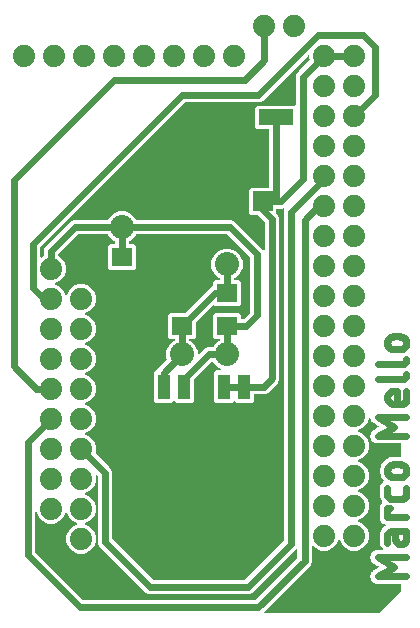
<source format=gbr>
G04 EAGLE Gerber RS-274X export*
G75*
%MOMM*%
%FSLAX34Y34*%
%LPD*%
%INTop Copper*%
%IPPOS*%
%AMOC8*
5,1,8,0,0,1.08239X$1,22.5*%
G01*
%ADD10C,0.609600*%
%ADD11C,1.879600*%
%ADD12R,10.800000X10.410000*%
%ADD13R,1.066800X2.159000*%
%ADD14R,3.000000X1.400000*%
%ADD15R,1.800000X1.600000*%
%ADD16C,2.032000*%
%ADD17C,1.651000*%
%ADD18R,1.651000X1.651000*%
%ADD19C,0.600000*%

G36*
X211966Y39131D02*
X211966Y39131D01*
X212057Y39139D01*
X212087Y39151D01*
X212119Y39156D01*
X212199Y39199D01*
X212283Y39235D01*
X212315Y39261D01*
X212336Y39272D01*
X212358Y39295D01*
X212414Y39340D01*
X245140Y72066D01*
X245185Y72128D01*
X245211Y72156D01*
X245216Y72167D01*
X245253Y72209D01*
X245265Y72239D01*
X245284Y72266D01*
X245311Y72353D01*
X245345Y72437D01*
X245349Y72478D01*
X245356Y72501D01*
X245355Y72533D01*
X245363Y72604D01*
X245363Y352013D01*
X245578Y352532D01*
X245595Y352602D01*
X245620Y352669D01*
X245623Y352721D01*
X245635Y352772D01*
X245628Y352843D01*
X245631Y352915D01*
X245616Y352965D01*
X245611Y353016D01*
X245582Y353082D01*
X245562Y353151D01*
X245533Y353194D01*
X245511Y353241D01*
X245463Y353294D01*
X245422Y353353D01*
X245380Y353384D01*
X245345Y353422D01*
X245282Y353457D01*
X245225Y353500D01*
X245175Y353516D01*
X245130Y353541D01*
X245059Y353554D01*
X244991Y353576D01*
X244939Y353575D01*
X244887Y353585D01*
X244817Y353574D01*
X244745Y353573D01*
X244676Y353553D01*
X244644Y353549D01*
X244623Y353538D01*
X244584Y353527D01*
X244093Y353323D01*
X239505Y353323D01*
X239485Y353320D01*
X239466Y353322D01*
X239364Y353300D01*
X239262Y353284D01*
X239245Y353274D01*
X239225Y353270D01*
X239136Y353217D01*
X239045Y353168D01*
X239031Y353154D01*
X239014Y353144D01*
X238947Y353065D01*
X238875Y352990D01*
X238867Y352972D01*
X238854Y352957D01*
X238815Y352861D01*
X238772Y352767D01*
X238770Y352747D01*
X238762Y352729D01*
X238744Y352562D01*
X238744Y349634D01*
X238758Y349544D01*
X238766Y349453D01*
X238778Y349423D01*
X238783Y349391D01*
X238826Y349310D01*
X238862Y349226D01*
X238888Y349194D01*
X238899Y349174D01*
X238922Y349151D01*
X238967Y349095D01*
X240429Y347634D01*
X241357Y345393D01*
X241357Y208347D01*
X240429Y206106D01*
X231846Y197523D01*
X229605Y196595D01*
X220980Y196595D01*
X220960Y196592D01*
X220941Y196594D01*
X220839Y196572D01*
X220737Y196556D01*
X220720Y196546D01*
X220700Y196542D01*
X220611Y196489D01*
X220520Y196440D01*
X220506Y196426D01*
X220489Y196416D01*
X220422Y196337D01*
X220350Y196262D01*
X220342Y196244D01*
X220329Y196229D01*
X220290Y196133D01*
X220247Y196039D01*
X220245Y196019D01*
X220237Y196001D01*
X220219Y195834D01*
X220219Y190634D01*
X218433Y188848D01*
X205239Y188848D01*
X203865Y190222D01*
X203849Y190234D01*
X203837Y190249D01*
X203749Y190305D01*
X203666Y190366D01*
X203647Y190372D01*
X203630Y190382D01*
X203529Y190408D01*
X203430Y190438D01*
X203411Y190438D01*
X203391Y190442D01*
X203288Y190434D01*
X203185Y190432D01*
X203166Y190425D01*
X203146Y190423D01*
X203051Y190383D01*
X202954Y190347D01*
X202938Y190335D01*
X202920Y190327D01*
X202789Y190222D01*
X201415Y188848D01*
X188221Y188848D01*
X186435Y190634D01*
X186435Y214750D01*
X188221Y216536D01*
X191033Y216536D01*
X191129Y216551D01*
X191226Y216561D01*
X191250Y216571D01*
X191276Y216575D01*
X191362Y216621D01*
X191451Y216661D01*
X191470Y216678D01*
X191493Y216691D01*
X191560Y216761D01*
X191632Y216827D01*
X191644Y216850D01*
X191662Y216869D01*
X191703Y216957D01*
X191750Y217043D01*
X191755Y217068D01*
X191766Y217092D01*
X191777Y217189D01*
X191794Y217285D01*
X191790Y217311D01*
X191793Y217336D01*
X191772Y217432D01*
X191758Y217528D01*
X191746Y217551D01*
X191741Y217577D01*
X191691Y217660D01*
X191647Y217747D01*
X191628Y217766D01*
X191615Y217788D01*
X191541Y217851D01*
X191471Y217919D01*
X191443Y217935D01*
X191428Y217948D01*
X191397Y217960D01*
X191324Y218000D01*
X189678Y218682D01*
X185962Y222398D01*
X185583Y223313D01*
X185521Y223413D01*
X185461Y223513D01*
X185457Y223517D01*
X185453Y223522D01*
X185364Y223597D01*
X185275Y223673D01*
X185269Y223675D01*
X185264Y223679D01*
X185156Y223721D01*
X185046Y223765D01*
X185039Y223766D01*
X185034Y223767D01*
X185016Y223768D01*
X184880Y223783D01*
X184761Y223783D01*
X184671Y223769D01*
X184580Y223761D01*
X184550Y223749D01*
X184518Y223744D01*
X184437Y223701D01*
X184353Y223665D01*
X184321Y223639D01*
X184301Y223628D01*
X184278Y223605D01*
X184222Y223560D01*
X169388Y208726D01*
X169335Y208652D01*
X169275Y208582D01*
X169263Y208552D01*
X169244Y208526D01*
X169217Y208439D01*
X169183Y208354D01*
X169179Y208313D01*
X169172Y208291D01*
X169173Y208259D01*
X169165Y208187D01*
X169165Y190634D01*
X167379Y188848D01*
X154185Y188848D01*
X152811Y190222D01*
X152795Y190234D01*
X152783Y190249D01*
X152695Y190305D01*
X152612Y190366D01*
X152593Y190372D01*
X152576Y190382D01*
X152475Y190408D01*
X152376Y190438D01*
X152357Y190438D01*
X152337Y190442D01*
X152234Y190434D01*
X152131Y190432D01*
X152112Y190425D01*
X152092Y190423D01*
X151997Y190383D01*
X151900Y190347D01*
X151884Y190335D01*
X151866Y190327D01*
X151735Y190222D01*
X150361Y188848D01*
X137167Y188848D01*
X135381Y190634D01*
X135381Y214750D01*
X137167Y216536D01*
X137465Y216536D01*
X137580Y216555D01*
X137696Y216572D01*
X137701Y216574D01*
X137707Y216575D01*
X137810Y216630D01*
X137915Y216683D01*
X137919Y216688D01*
X137925Y216691D01*
X138005Y216775D01*
X138087Y216859D01*
X138091Y216865D01*
X138094Y216869D01*
X138102Y216886D01*
X138168Y217006D01*
X138595Y218038D01*
X146065Y225508D01*
X146133Y225602D01*
X146203Y225696D01*
X146205Y225702D01*
X146209Y225707D01*
X146243Y225818D01*
X146280Y225930D01*
X146280Y225936D01*
X146281Y225942D01*
X146278Y226059D01*
X146277Y226176D01*
X146275Y226183D01*
X146275Y226188D01*
X146269Y226206D01*
X146230Y226337D01*
X145851Y227253D01*
X145851Y232507D01*
X147862Y237362D01*
X151578Y241078D01*
X152493Y241457D01*
X152593Y241519D01*
X152693Y241579D01*
X152697Y241583D01*
X152702Y241587D01*
X152777Y241676D01*
X152853Y241765D01*
X152855Y241771D01*
X152859Y241776D01*
X152901Y241884D01*
X152921Y241935D01*
X152935Y241965D01*
X152936Y241971D01*
X152945Y241994D01*
X152946Y242001D01*
X152947Y242006D01*
X152948Y242024D01*
X152963Y242160D01*
X152963Y242170D01*
X152960Y242190D01*
X152962Y242209D01*
X152957Y242233D01*
X152958Y242251D01*
X152940Y242314D01*
X152924Y242413D01*
X152914Y242430D01*
X152910Y242450D01*
X152891Y242481D01*
X152889Y242488D01*
X152875Y242508D01*
X152857Y242539D01*
X152808Y242630D01*
X152794Y242644D01*
X152784Y242661D01*
X152705Y242728D01*
X152630Y242800D01*
X152612Y242808D01*
X152597Y242821D01*
X152501Y242860D01*
X152407Y242903D01*
X152387Y242905D01*
X152369Y242913D01*
X152202Y242931D01*
X148797Y242931D01*
X147011Y244717D01*
X147011Y263243D01*
X148797Y265029D01*
X161171Y265029D01*
X161261Y265043D01*
X161352Y265051D01*
X161382Y265063D01*
X161414Y265068D01*
X161495Y265111D01*
X161579Y265147D01*
X161611Y265173D01*
X161631Y265184D01*
X161654Y265207D01*
X161710Y265252D01*
X183606Y287149D01*
X184641Y287577D01*
X184741Y287639D01*
X184841Y287699D01*
X184845Y287704D01*
X184850Y287707D01*
X184925Y287797D01*
X185001Y287886D01*
X185003Y287891D01*
X185007Y287896D01*
X185049Y288005D01*
X185093Y288114D01*
X185094Y288121D01*
X185095Y288126D01*
X185096Y288144D01*
X185111Y288281D01*
X185111Y291243D01*
X186897Y293029D01*
X190302Y293029D01*
X190322Y293032D01*
X190341Y293030D01*
X190443Y293052D01*
X190545Y293068D01*
X190562Y293078D01*
X190582Y293082D01*
X190671Y293135D01*
X190762Y293184D01*
X190776Y293198D01*
X190793Y293208D01*
X190860Y293287D01*
X190932Y293362D01*
X190940Y293380D01*
X190953Y293395D01*
X190992Y293491D01*
X191001Y293512D01*
X191019Y293545D01*
X191021Y293555D01*
X191035Y293585D01*
X191037Y293605D01*
X191045Y293623D01*
X191063Y293784D01*
X191063Y293787D01*
X191063Y293788D01*
X191063Y293790D01*
X191063Y293800D01*
X191061Y293815D01*
X191062Y293829D01*
X191047Y293901D01*
X191044Y293914D01*
X191027Y294031D01*
X191025Y294036D01*
X191024Y294042D01*
X191011Y294067D01*
X191010Y294070D01*
X191002Y294084D01*
X190969Y294145D01*
X190916Y294250D01*
X190911Y294254D01*
X190908Y294260D01*
X190824Y294340D01*
X190740Y294422D01*
X190734Y294426D01*
X190730Y294429D01*
X190713Y294437D01*
X190593Y294503D01*
X189678Y294882D01*
X185962Y298598D01*
X183951Y303453D01*
X183951Y308707D01*
X185962Y313562D01*
X189678Y317278D01*
X194533Y319289D01*
X199787Y319289D01*
X204642Y317278D01*
X208358Y313562D01*
X210369Y308707D01*
X210369Y303453D01*
X208358Y298598D01*
X204642Y294882D01*
X203727Y294503D01*
X203627Y294441D01*
X203527Y294381D01*
X203523Y294377D01*
X203518Y294373D01*
X203443Y294284D01*
X203367Y294195D01*
X203365Y294189D01*
X203361Y294184D01*
X203319Y294076D01*
X203299Y294025D01*
X203285Y293995D01*
X203284Y293989D01*
X203275Y293966D01*
X203274Y293959D01*
X203273Y293954D01*
X203272Y293936D01*
X203257Y293800D01*
X203257Y293790D01*
X203260Y293770D01*
X203258Y293751D01*
X203263Y293727D01*
X203262Y293709D01*
X203280Y293646D01*
X203296Y293547D01*
X203306Y293530D01*
X203310Y293510D01*
X203329Y293479D01*
X203331Y293472D01*
X203345Y293452D01*
X203363Y293421D01*
X203412Y293330D01*
X203426Y293316D01*
X203436Y293299D01*
X203515Y293232D01*
X203590Y293160D01*
X203608Y293152D01*
X203623Y293139D01*
X203719Y293100D01*
X203813Y293057D01*
X203833Y293055D01*
X203851Y293047D01*
X204018Y293029D01*
X207423Y293029D01*
X209209Y291243D01*
X209209Y272717D01*
X207423Y270931D01*
X186897Y270931D01*
X186304Y271525D01*
X186287Y271537D01*
X186275Y271552D01*
X186188Y271608D01*
X186104Y271668D01*
X186085Y271674D01*
X186068Y271685D01*
X185967Y271710D01*
X185869Y271741D01*
X185849Y271740D01*
X185829Y271745D01*
X185726Y271737D01*
X185623Y271734D01*
X185604Y271728D01*
X185584Y271726D01*
X185489Y271686D01*
X185392Y271650D01*
X185376Y271637D01*
X185358Y271630D01*
X185227Y271525D01*
X171332Y257630D01*
X171279Y257556D01*
X171219Y257486D01*
X171207Y257456D01*
X171188Y257430D01*
X171161Y257343D01*
X171127Y257258D01*
X171123Y257217D01*
X171116Y257195D01*
X171117Y257163D01*
X171109Y257091D01*
X171109Y244717D01*
X169323Y242931D01*
X165918Y242931D01*
X165898Y242928D01*
X165879Y242930D01*
X165777Y242908D01*
X165675Y242892D01*
X165658Y242882D01*
X165638Y242878D01*
X165549Y242825D01*
X165458Y242776D01*
X165444Y242762D01*
X165427Y242752D01*
X165360Y242673D01*
X165288Y242598D01*
X165280Y242580D01*
X165267Y242565D01*
X165228Y242469D01*
X165219Y242448D01*
X165201Y242415D01*
X165199Y242405D01*
X165185Y242375D01*
X165183Y242355D01*
X165175Y242337D01*
X165157Y242176D01*
X165157Y242173D01*
X165157Y242172D01*
X165157Y242170D01*
X165157Y242160D01*
X165159Y242145D01*
X165158Y242131D01*
X165173Y242059D01*
X165176Y242046D01*
X165193Y241929D01*
X165195Y241924D01*
X165196Y241918D01*
X165209Y241893D01*
X165210Y241890D01*
X165218Y241876D01*
X165251Y241815D01*
X165304Y241710D01*
X165309Y241706D01*
X165312Y241700D01*
X165396Y241620D01*
X165480Y241538D01*
X165486Y241534D01*
X165490Y241531D01*
X165507Y241523D01*
X165627Y241457D01*
X166542Y241078D01*
X170258Y237362D01*
X172269Y232507D01*
X172269Y230689D01*
X172280Y230618D01*
X172282Y230546D01*
X172300Y230497D01*
X172308Y230446D01*
X172342Y230383D01*
X172367Y230315D01*
X172399Y230275D01*
X172424Y230228D01*
X172476Y230179D01*
X172520Y230123D01*
X172564Y230095D01*
X172602Y230059D01*
X172667Y230029D01*
X172727Y229990D01*
X172778Y229977D01*
X172825Y229955D01*
X172896Y229948D01*
X172966Y229930D01*
X173018Y229934D01*
X173069Y229928D01*
X173140Y229944D01*
X173211Y229949D01*
X173259Y229970D01*
X173310Y229981D01*
X173371Y230017D01*
X173437Y230046D01*
X173493Y230090D01*
X173521Y230107D01*
X173536Y230125D01*
X173568Y230150D01*
X178466Y235049D01*
X180707Y235977D01*
X184880Y235977D01*
X184994Y235996D01*
X185111Y236013D01*
X185116Y236015D01*
X185122Y236016D01*
X185225Y236071D01*
X185330Y236124D01*
X185334Y236129D01*
X185340Y236132D01*
X185420Y236216D01*
X185502Y236300D01*
X185506Y236306D01*
X185509Y236310D01*
X185517Y236327D01*
X185583Y236447D01*
X185962Y237362D01*
X189678Y241078D01*
X190593Y241457D01*
X190693Y241519D01*
X190793Y241579D01*
X190797Y241583D01*
X190802Y241587D01*
X190877Y241676D01*
X190953Y241765D01*
X190955Y241771D01*
X190959Y241776D01*
X191001Y241884D01*
X191021Y241935D01*
X191035Y241965D01*
X191036Y241971D01*
X191045Y241994D01*
X191046Y242001D01*
X191047Y242006D01*
X191048Y242024D01*
X191063Y242160D01*
X191063Y242170D01*
X191060Y242190D01*
X191062Y242209D01*
X191057Y242233D01*
X191058Y242251D01*
X191040Y242314D01*
X191024Y242413D01*
X191014Y242430D01*
X191010Y242450D01*
X190991Y242481D01*
X190989Y242488D01*
X190975Y242508D01*
X190957Y242539D01*
X190908Y242630D01*
X190894Y242644D01*
X190884Y242661D01*
X190805Y242728D01*
X190730Y242800D01*
X190712Y242808D01*
X190697Y242821D01*
X190601Y242860D01*
X190507Y242903D01*
X190487Y242905D01*
X190469Y242913D01*
X190302Y242931D01*
X186897Y242931D01*
X185111Y244717D01*
X185111Y263243D01*
X186897Y265029D01*
X207423Y265029D01*
X209209Y263243D01*
X209209Y260838D01*
X209212Y260818D01*
X209210Y260799D01*
X209232Y260697D01*
X209248Y260595D01*
X209258Y260578D01*
X209262Y260558D01*
X209315Y260469D01*
X209364Y260378D01*
X209378Y260364D01*
X209388Y260347D01*
X209467Y260280D01*
X209542Y260208D01*
X209560Y260200D01*
X209575Y260187D01*
X209671Y260148D01*
X209765Y260105D01*
X209785Y260103D01*
X209803Y260095D01*
X209970Y260077D01*
X210799Y260077D01*
X210889Y260091D01*
X210980Y260099D01*
X211010Y260111D01*
X211042Y260116D01*
X211123Y260159D01*
X211207Y260195D01*
X211239Y260221D01*
X211259Y260232D01*
X211282Y260255D01*
X211338Y260300D01*
X216240Y265202D01*
X216293Y265276D01*
X216353Y265346D01*
X216365Y265376D01*
X216384Y265402D01*
X216411Y265489D01*
X216445Y265574D01*
X216449Y265615D01*
X216456Y265637D01*
X216455Y265669D01*
X216463Y265741D01*
X216463Y312129D01*
X216449Y312219D01*
X216441Y312310D01*
X216429Y312340D01*
X216424Y312372D01*
X216381Y312453D01*
X216345Y312537D01*
X216319Y312569D01*
X216308Y312589D01*
X216285Y312612D01*
X216240Y312668D01*
X197398Y331510D01*
X197324Y331563D01*
X197254Y331623D01*
X197224Y331635D01*
X197198Y331654D01*
X197111Y331681D01*
X197026Y331715D01*
X196985Y331719D01*
X196963Y331726D01*
X196931Y331725D01*
X196859Y331733D01*
X120540Y331733D01*
X120426Y331714D01*
X120309Y331697D01*
X120304Y331695D01*
X120298Y331694D01*
X120195Y331639D01*
X120090Y331586D01*
X120086Y331581D01*
X120080Y331578D01*
X120000Y331494D01*
X119918Y331410D01*
X119914Y331404D01*
X119911Y331400D01*
X119903Y331383D01*
X119837Y331263D01*
X119458Y330348D01*
X115742Y326632D01*
X114827Y326253D01*
X114727Y326191D01*
X114627Y326131D01*
X114623Y326127D01*
X114618Y326123D01*
X114543Y326034D01*
X114467Y325945D01*
X114465Y325939D01*
X114461Y325934D01*
X114419Y325826D01*
X114375Y325716D01*
X114374Y325709D01*
X114373Y325704D01*
X114372Y325686D01*
X114357Y325550D01*
X114357Y324270D01*
X114360Y324250D01*
X114358Y324231D01*
X114380Y324129D01*
X114396Y324027D01*
X114406Y324010D01*
X114410Y323990D01*
X114463Y323901D01*
X114512Y323810D01*
X114526Y323796D01*
X114536Y323779D01*
X114615Y323712D01*
X114690Y323640D01*
X114708Y323632D01*
X114723Y323619D01*
X114819Y323580D01*
X114913Y323537D01*
X114933Y323535D01*
X114951Y323527D01*
X115118Y323509D01*
X118523Y323509D01*
X120309Y321723D01*
X120309Y303197D01*
X118523Y301411D01*
X97997Y301411D01*
X96211Y303197D01*
X96211Y321723D01*
X97997Y323509D01*
X101402Y323509D01*
X101422Y323512D01*
X101441Y323510D01*
X101543Y323532D01*
X101645Y323548D01*
X101662Y323558D01*
X101682Y323562D01*
X101771Y323615D01*
X101862Y323664D01*
X101876Y323678D01*
X101893Y323688D01*
X101960Y323767D01*
X102032Y323842D01*
X102040Y323860D01*
X102053Y323875D01*
X102092Y323971D01*
X102135Y324065D01*
X102137Y324085D01*
X102145Y324103D01*
X102163Y324270D01*
X102163Y325550D01*
X102144Y325664D01*
X102127Y325781D01*
X102125Y325786D01*
X102124Y325792D01*
X102069Y325895D01*
X102016Y326000D01*
X102011Y326004D01*
X102008Y326010D01*
X101924Y326090D01*
X101840Y326172D01*
X101834Y326176D01*
X101830Y326179D01*
X101813Y326187D01*
X101693Y326253D01*
X100778Y326632D01*
X97062Y330348D01*
X96683Y331263D01*
X96621Y331363D01*
X96561Y331463D01*
X96557Y331467D01*
X96553Y331472D01*
X96464Y331547D01*
X96375Y331623D01*
X96369Y331625D01*
X96364Y331629D01*
X96256Y331671D01*
X96146Y331715D01*
X96139Y331716D01*
X96134Y331717D01*
X96116Y331718D01*
X95980Y331733D01*
X71731Y331733D01*
X71641Y331719D01*
X71550Y331711D01*
X71520Y331699D01*
X71488Y331694D01*
X71407Y331651D01*
X71323Y331615D01*
X71291Y331589D01*
X71271Y331578D01*
X71248Y331555D01*
X71192Y331510D01*
X54580Y314898D01*
X54527Y314824D01*
X54467Y314754D01*
X54455Y314724D01*
X54436Y314698D01*
X54409Y314611D01*
X54375Y314526D01*
X54371Y314485D01*
X54364Y314463D01*
X54365Y314431D01*
X54357Y314359D01*
X54357Y313716D01*
X54376Y313600D01*
X54393Y313485D01*
X54395Y313479D01*
X54396Y313473D01*
X54451Y313370D01*
X54504Y313265D01*
X54509Y313261D01*
X54512Y313255D01*
X54597Y313175D01*
X54680Y313093D01*
X54686Y313090D01*
X54690Y313086D01*
X54707Y313078D01*
X54827Y313012D01*
X55311Y312812D01*
X58812Y309311D01*
X60707Y304736D01*
X60707Y299784D01*
X58812Y295209D01*
X55311Y291708D01*
X51822Y290263D01*
X51761Y290225D01*
X51696Y290196D01*
X51657Y290161D01*
X51613Y290134D01*
X51567Y290078D01*
X51515Y290030D01*
X51490Y289984D01*
X51456Y289944D01*
X51431Y289877D01*
X51396Y289814D01*
X51387Y289763D01*
X51368Y289715D01*
X51365Y289643D01*
X51352Y289572D01*
X51360Y289521D01*
X51358Y289469D01*
X51378Y289400D01*
X51388Y289329D01*
X51412Y289283D01*
X51426Y289233D01*
X51467Y289174D01*
X51500Y289110D01*
X51537Y289073D01*
X51567Y289031D01*
X51624Y288988D01*
X51675Y288938D01*
X51738Y288903D01*
X51764Y288884D01*
X51786Y288877D01*
X51822Y288857D01*
X55311Y287412D01*
X58812Y283911D01*
X60257Y280422D01*
X60295Y280361D01*
X60324Y280296D01*
X60359Y280257D01*
X60386Y280213D01*
X60442Y280167D01*
X60490Y280115D01*
X60536Y280090D01*
X60576Y280056D01*
X60643Y280031D01*
X60706Y279996D01*
X60757Y279987D01*
X60805Y279968D01*
X60877Y279965D01*
X60948Y279952D01*
X60999Y279960D01*
X61051Y279958D01*
X61120Y279978D01*
X61191Y279988D01*
X61237Y280012D01*
X61287Y280026D01*
X61346Y280067D01*
X61410Y280100D01*
X61447Y280137D01*
X61489Y280167D01*
X61532Y280224D01*
X61582Y280275D01*
X61617Y280338D01*
X61636Y280364D01*
X61643Y280386D01*
X61663Y280422D01*
X63108Y283911D01*
X66609Y287412D01*
X71184Y289307D01*
X76136Y289307D01*
X80711Y287412D01*
X84212Y283911D01*
X86107Y279336D01*
X86107Y274384D01*
X84212Y269809D01*
X80711Y266308D01*
X77222Y264863D01*
X77161Y264825D01*
X77096Y264796D01*
X77057Y264761D01*
X77013Y264734D01*
X76967Y264678D01*
X76915Y264630D01*
X76890Y264584D01*
X76856Y264544D01*
X76831Y264477D01*
X76796Y264414D01*
X76787Y264363D01*
X76768Y264315D01*
X76765Y264243D01*
X76752Y264172D01*
X76760Y264121D01*
X76758Y264069D01*
X76778Y264000D01*
X76788Y263929D01*
X76812Y263883D01*
X76826Y263833D01*
X76867Y263774D01*
X76900Y263710D01*
X76937Y263673D01*
X76967Y263631D01*
X77024Y263588D01*
X77075Y263538D01*
X77138Y263503D01*
X77164Y263484D01*
X77186Y263477D01*
X77222Y263457D01*
X80711Y262012D01*
X84212Y258511D01*
X86107Y253936D01*
X86107Y248984D01*
X84212Y244409D01*
X80711Y240908D01*
X77222Y239463D01*
X77161Y239425D01*
X77096Y239396D01*
X77057Y239361D01*
X77013Y239334D01*
X76967Y239278D01*
X76915Y239230D01*
X76890Y239184D01*
X76856Y239144D01*
X76831Y239077D01*
X76796Y239014D01*
X76787Y238963D01*
X76768Y238915D01*
X76765Y238843D01*
X76752Y238772D01*
X76760Y238721D01*
X76758Y238669D01*
X76778Y238600D01*
X76788Y238529D01*
X76812Y238483D01*
X76826Y238433D01*
X76867Y238374D01*
X76900Y238310D01*
X76937Y238273D01*
X76967Y238231D01*
X77024Y238188D01*
X77075Y238138D01*
X77138Y238103D01*
X77164Y238084D01*
X77186Y238077D01*
X77222Y238057D01*
X80711Y236612D01*
X84212Y233111D01*
X86107Y228536D01*
X86107Y223584D01*
X84212Y219009D01*
X80711Y215508D01*
X77222Y214063D01*
X77161Y214025D01*
X77096Y213996D01*
X77057Y213961D01*
X77013Y213934D01*
X76967Y213878D01*
X76915Y213830D01*
X76890Y213784D01*
X76856Y213744D01*
X76831Y213677D01*
X76796Y213614D01*
X76787Y213563D01*
X76768Y213515D01*
X76765Y213443D01*
X76752Y213372D01*
X76760Y213321D01*
X76758Y213269D01*
X76778Y213200D01*
X76788Y213129D01*
X76812Y213083D01*
X76826Y213033D01*
X76867Y212974D01*
X76900Y212910D01*
X76937Y212873D01*
X76967Y212831D01*
X77024Y212788D01*
X77075Y212738D01*
X77138Y212703D01*
X77164Y212684D01*
X77186Y212677D01*
X77222Y212657D01*
X80711Y211212D01*
X84212Y207711D01*
X86107Y203136D01*
X86107Y198184D01*
X84212Y193609D01*
X80711Y190108D01*
X77222Y188663D01*
X77161Y188625D01*
X77096Y188596D01*
X77058Y188561D01*
X77013Y188534D01*
X76967Y188478D01*
X76915Y188430D01*
X76890Y188384D01*
X76856Y188344D01*
X76831Y188277D01*
X76796Y188214D01*
X76787Y188163D01*
X76768Y188115D01*
X76765Y188043D01*
X76752Y187972D01*
X76760Y187921D01*
X76758Y187869D01*
X76778Y187800D01*
X76788Y187729D01*
X76812Y187683D01*
X76826Y187633D01*
X76867Y187574D01*
X76900Y187510D01*
X76937Y187473D01*
X76967Y187431D01*
X77024Y187388D01*
X77075Y187338D01*
X77138Y187303D01*
X77164Y187284D01*
X77186Y187277D01*
X77222Y187257D01*
X80711Y185812D01*
X84212Y182311D01*
X86107Y177736D01*
X86107Y172784D01*
X84212Y168209D01*
X80711Y164708D01*
X77222Y163263D01*
X77161Y163225D01*
X77096Y163196D01*
X77058Y163161D01*
X77013Y163134D01*
X76968Y163078D01*
X76915Y163030D01*
X76890Y162984D01*
X76856Y162944D01*
X76831Y162877D01*
X76796Y162814D01*
X76787Y162763D01*
X76768Y162715D01*
X76765Y162643D01*
X76752Y162572D01*
X76760Y162521D01*
X76758Y162469D01*
X76778Y162400D01*
X76788Y162329D01*
X76812Y162283D01*
X76826Y162233D01*
X76867Y162174D01*
X76900Y162110D01*
X76937Y162073D01*
X76967Y162031D01*
X77024Y161988D01*
X77075Y161938D01*
X77138Y161903D01*
X77164Y161884D01*
X77186Y161877D01*
X77222Y161857D01*
X80711Y160412D01*
X84212Y156911D01*
X86107Y152336D01*
X86107Y147384D01*
X85906Y146900D01*
X85880Y146787D01*
X85851Y146673D01*
X85852Y146667D01*
X85850Y146661D01*
X85861Y146544D01*
X85870Y146428D01*
X85873Y146422D01*
X85873Y146416D01*
X85921Y146308D01*
X85967Y146202D01*
X85971Y146196D01*
X85973Y146191D01*
X85986Y146177D01*
X86071Y146071D01*
X97326Y134816D01*
X99149Y132994D01*
X100077Y130753D01*
X100077Y73961D01*
X100091Y73871D01*
X100099Y73780D01*
X100111Y73750D01*
X100116Y73718D01*
X100159Y73637D01*
X100195Y73553D01*
X100221Y73521D01*
X100232Y73501D01*
X100255Y73478D01*
X100300Y73422D01*
X134382Y39340D01*
X134456Y39287D01*
X134526Y39227D01*
X134556Y39215D01*
X134582Y39196D01*
X134669Y39169D01*
X134754Y39135D01*
X134795Y39131D01*
X134817Y39124D01*
X134849Y39125D01*
X134921Y39117D01*
X211876Y39117D01*
X211966Y39131D01*
G37*
G36*
X39988Y311812D02*
X39988Y311812D01*
X40059Y311817D01*
X40107Y311838D01*
X40158Y311849D01*
X40219Y311886D01*
X40285Y311914D01*
X40341Y311959D01*
X40369Y311975D01*
X40384Y311993D01*
X40416Y312019D01*
X41209Y312812D01*
X41693Y313012D01*
X41792Y313074D01*
X41893Y313134D01*
X41897Y313139D01*
X41902Y313142D01*
X41977Y313232D01*
X42053Y313321D01*
X42055Y313327D01*
X42059Y313331D01*
X42101Y313440D01*
X42145Y313549D01*
X42146Y313556D01*
X42147Y313561D01*
X42148Y313579D01*
X42163Y313716D01*
X42163Y318413D01*
X43091Y320654D01*
X65436Y342999D01*
X67677Y343927D01*
X95980Y343927D01*
X96094Y343946D01*
X96211Y343963D01*
X96216Y343965D01*
X96222Y343966D01*
X96325Y344021D01*
X96430Y344074D01*
X96434Y344079D01*
X96440Y344082D01*
X96520Y344166D01*
X96602Y344250D01*
X96606Y344256D01*
X96609Y344260D01*
X96617Y344277D01*
X96683Y344397D01*
X97062Y345312D01*
X100778Y349028D01*
X105633Y351039D01*
X110887Y351039D01*
X115742Y349028D01*
X119458Y345312D01*
X119837Y344397D01*
X119899Y344297D01*
X119959Y344197D01*
X119963Y344193D01*
X119967Y344188D01*
X120056Y344113D01*
X120145Y344037D01*
X120151Y344035D01*
X120156Y344031D01*
X120264Y343989D01*
X120374Y343945D01*
X120381Y343944D01*
X120386Y343943D01*
X120404Y343942D01*
X120540Y343927D01*
X200913Y343927D01*
X203154Y342999D01*
X227762Y318390D01*
X227796Y318327D01*
X227814Y318309D01*
X227828Y318287D01*
X227903Y318224D01*
X227974Y318157D01*
X227998Y318146D01*
X228018Y318130D01*
X228109Y318095D01*
X228197Y318054D01*
X228223Y318051D01*
X228247Y318042D01*
X228345Y318037D01*
X228441Y318027D01*
X228467Y318032D01*
X228493Y318031D01*
X228586Y318058D01*
X228682Y318079D01*
X228704Y318092D01*
X228729Y318100D01*
X228809Y318155D01*
X228893Y318205D01*
X228910Y318225D01*
X228931Y318240D01*
X228989Y318318D01*
X229053Y318392D01*
X229063Y318416D01*
X229078Y318437D01*
X229108Y318530D01*
X229145Y318620D01*
X229148Y318652D01*
X229154Y318671D01*
X229154Y318704D01*
X229163Y318787D01*
X229163Y341339D01*
X229149Y341429D01*
X229141Y341520D01*
X229129Y341550D01*
X229124Y341582D01*
X229081Y341663D01*
X229045Y341747D01*
X229019Y341779D01*
X229008Y341799D01*
X228985Y341822D01*
X228940Y341878D01*
X222925Y347893D01*
X222851Y347946D01*
X222781Y348006D01*
X222751Y348018D01*
X222725Y348037D01*
X222638Y348064D01*
X222553Y348098D01*
X222512Y348102D01*
X222490Y348109D01*
X222458Y348108D01*
X222386Y348116D01*
X217922Y348116D01*
X216136Y349902D01*
X216136Y368938D01*
X217922Y370724D01*
X232082Y370724D01*
X232102Y370727D01*
X232121Y370725D01*
X232223Y370747D01*
X232325Y370763D01*
X232342Y370773D01*
X232362Y370777D01*
X232451Y370830D01*
X232542Y370879D01*
X232556Y370893D01*
X232573Y370903D01*
X232640Y370982D01*
X232712Y371057D01*
X232720Y371075D01*
X232733Y371090D01*
X232772Y371186D01*
X232815Y371280D01*
X232817Y371300D01*
X232825Y371318D01*
X232843Y371485D01*
X232843Y419730D01*
X232841Y419743D01*
X232842Y419753D01*
X232841Y419759D01*
X232842Y419769D01*
X232820Y419871D01*
X232804Y419973D01*
X232794Y419990D01*
X232790Y420010D01*
X232737Y420099D01*
X232688Y420190D01*
X232674Y420204D01*
X232664Y420221D01*
X232585Y420288D01*
X232510Y420360D01*
X232492Y420368D01*
X232477Y420381D01*
X232381Y420420D01*
X232287Y420463D01*
X232267Y420465D01*
X232249Y420473D01*
X232082Y420491D01*
X222677Y420491D01*
X220891Y422277D01*
X220891Y438803D01*
X222677Y440589D01*
X254762Y440589D01*
X254782Y440592D01*
X254801Y440590D01*
X254903Y440612D01*
X255005Y440628D01*
X255022Y440638D01*
X255042Y440642D01*
X255131Y440695D01*
X255222Y440744D01*
X255236Y440758D01*
X255253Y440768D01*
X255320Y440847D01*
X255392Y440922D01*
X255400Y440940D01*
X255413Y440955D01*
X255452Y441051D01*
X255495Y441145D01*
X255497Y441165D01*
X255505Y441183D01*
X255523Y441350D01*
X255523Y466033D01*
X256451Y468274D01*
X258273Y470096D01*
X258274Y470096D01*
X266989Y478811D01*
X267057Y478906D01*
X267127Y478999D01*
X267129Y479005D01*
X267132Y479010D01*
X267167Y479122D01*
X267203Y479233D01*
X267203Y479240D01*
X267205Y479246D01*
X267202Y479362D01*
X267200Y479479D01*
X267198Y479486D01*
X267198Y479491D01*
X267192Y479509D01*
X267154Y479640D01*
X266953Y480124D01*
X266953Y482253D01*
X266942Y482324D01*
X266940Y482396D01*
X266922Y482445D01*
X266914Y482496D01*
X266880Y482559D01*
X266855Y482627D01*
X266823Y482667D01*
X266798Y482714D01*
X266746Y482763D01*
X266702Y482819D01*
X266658Y482847D01*
X266620Y482883D01*
X266555Y482913D01*
X266495Y482952D01*
X266444Y482965D01*
X266397Y482987D01*
X266326Y482994D01*
X266256Y483012D01*
X266204Y483008D01*
X266153Y483014D01*
X266082Y482998D01*
X266011Y482993D01*
X265963Y482972D01*
X265912Y482961D01*
X265851Y482925D01*
X265785Y482896D01*
X265729Y482852D01*
X265701Y482835D01*
X265686Y482817D01*
X265654Y482792D01*
X229096Y446234D01*
X227274Y444411D01*
X225033Y443483D01*
X162155Y443483D01*
X162065Y443469D01*
X161974Y443461D01*
X161944Y443449D01*
X161912Y443444D01*
X161831Y443401D01*
X161748Y443365D01*
X161715Y443339D01*
X161695Y443328D01*
X161673Y443305D01*
X161617Y443260D01*
X39340Y320983D01*
X39287Y320909D01*
X39227Y320840D01*
X39215Y320810D01*
X39196Y320784D01*
X39169Y320697D01*
X39135Y320612D01*
X39131Y320571D01*
X39124Y320549D01*
X39125Y320516D01*
X39117Y320445D01*
X39117Y312557D01*
X39128Y312486D01*
X39130Y312414D01*
X39148Y312365D01*
X39156Y312314D01*
X39190Y312251D01*
X39215Y312183D01*
X39247Y312143D01*
X39272Y312097D01*
X39324Y312047D01*
X39368Y311991D01*
X39412Y311963D01*
X39450Y311927D01*
X39515Y311897D01*
X39575Y311858D01*
X39626Y311846D01*
X39673Y311824D01*
X39744Y311816D01*
X39814Y311798D01*
X39866Y311802D01*
X39917Y311797D01*
X39988Y311812D01*
G37*
G36*
X325450Y10937D02*
X325450Y10937D01*
X325541Y10945D01*
X325571Y10957D01*
X325603Y10962D01*
X325684Y11005D01*
X325768Y11041D01*
X325800Y11067D01*
X325820Y11078D01*
X325843Y11101D01*
X325899Y11146D01*
X344454Y29701D01*
X344507Y29775D01*
X344567Y29845D01*
X344579Y29875D01*
X344598Y29901D01*
X344625Y29988D01*
X344659Y30073D01*
X344663Y30114D01*
X344670Y30136D01*
X344669Y30168D01*
X344677Y30240D01*
X344677Y35112D01*
X344674Y35132D01*
X344676Y35152D01*
X344654Y35253D01*
X344638Y35355D01*
X344628Y35373D01*
X344624Y35392D01*
X344571Y35481D01*
X344522Y35572D01*
X344508Y35586D01*
X344498Y35603D01*
X344419Y35671D01*
X344344Y35742D01*
X344326Y35750D01*
X344311Y35763D01*
X344215Y35802D01*
X344121Y35845D01*
X344101Y35848D01*
X344083Y35855D01*
X343916Y35874D01*
X325175Y35874D01*
X325143Y35868D01*
X325063Y35865D01*
X324366Y35761D01*
X324008Y35851D01*
X323999Y35852D01*
X323990Y35855D01*
X323824Y35874D01*
X323455Y35874D01*
X322804Y36143D01*
X322772Y36151D01*
X322697Y36179D01*
X322013Y36350D01*
X321717Y36569D01*
X321708Y36573D01*
X321702Y36580D01*
X321555Y36661D01*
X321215Y36802D01*
X320716Y37300D01*
X320689Y37320D01*
X320631Y37374D01*
X320064Y37794D01*
X319874Y38110D01*
X319868Y38117D01*
X319865Y38125D01*
X319760Y38256D01*
X319499Y38517D01*
X319230Y39168D01*
X319212Y39196D01*
X319179Y39269D01*
X318816Y39873D01*
X318762Y40238D01*
X318759Y40247D01*
X318759Y40256D01*
X318712Y40417D01*
X318571Y40758D01*
X318571Y41463D01*
X318566Y41495D01*
X318563Y41575D01*
X318459Y42272D01*
X318549Y42630D01*
X318549Y42639D01*
X318553Y42648D01*
X318571Y42815D01*
X318571Y43183D01*
X318841Y43835D01*
X318849Y43867D01*
X318876Y43941D01*
X319047Y44626D01*
X319267Y44922D01*
X319271Y44930D01*
X319278Y44936D01*
X319358Y45083D01*
X319499Y45424D01*
X319998Y45922D01*
X320017Y45949D01*
X320072Y46008D01*
X320491Y46574D01*
X320807Y46764D01*
X320814Y46770D01*
X320823Y46774D01*
X320954Y46878D01*
X321214Y47139D01*
X321866Y47409D01*
X321894Y47426D01*
X321966Y47459D01*
X325277Y49446D01*
X325340Y49499D01*
X325408Y49545D01*
X325433Y49578D01*
X325465Y49604D01*
X325507Y49675D01*
X325557Y49741D01*
X325571Y49780D01*
X325592Y49815D01*
X325610Y49896D01*
X325636Y49974D01*
X325636Y50015D01*
X325645Y50055D01*
X325636Y50137D01*
X325637Y50220D01*
X325624Y50259D01*
X325619Y50300D01*
X325585Y50375D01*
X325559Y50453D01*
X325534Y50486D01*
X325517Y50523D01*
X325460Y50584D01*
X325410Y50649D01*
X325368Y50682D01*
X325348Y50702D01*
X325322Y50716D01*
X325277Y50751D01*
X324598Y51159D01*
X323329Y51920D01*
X322060Y52681D01*
X321966Y52737D01*
X321936Y52749D01*
X321866Y52788D01*
X321214Y53058D01*
X320954Y53318D01*
X320946Y53324D01*
X320941Y53331D01*
X320807Y53433D01*
X320491Y53622D01*
X320072Y54189D01*
X320048Y54212D01*
X319998Y54274D01*
X319499Y54773D01*
X319358Y55113D01*
X319354Y55121D01*
X319351Y55130D01*
X319267Y55275D01*
X319047Y55571D01*
X318876Y56255D01*
X318863Y56286D01*
X318841Y56362D01*
X318571Y57014D01*
X318571Y57382D01*
X318570Y57391D01*
X318571Y57400D01*
X318549Y57567D01*
X318459Y57924D01*
X318563Y58622D01*
X318563Y58655D01*
X318571Y58734D01*
X318571Y59439D01*
X318712Y59779D01*
X318714Y59788D01*
X318719Y59797D01*
X318762Y59959D01*
X318816Y60323D01*
X319179Y60928D01*
X319191Y60959D01*
X319230Y61028D01*
X319499Y61680D01*
X319760Y61940D01*
X319765Y61948D01*
X319773Y61954D01*
X319874Y62087D01*
X320064Y62403D01*
X320631Y62823D01*
X320647Y62840D01*
X320652Y62843D01*
X320663Y62854D01*
X320716Y62896D01*
X321214Y63395D01*
X321555Y63536D01*
X321563Y63541D01*
X321572Y63543D01*
X321717Y63628D01*
X322013Y63847D01*
X322697Y64018D01*
X322727Y64031D01*
X322804Y64053D01*
X323455Y64323D01*
X323824Y64323D01*
X323833Y64325D01*
X323842Y64323D01*
X324008Y64346D01*
X324366Y64435D01*
X325063Y64331D01*
X325096Y64332D01*
X325175Y64323D01*
X328604Y64323D01*
X328675Y64335D01*
X328747Y64336D01*
X328796Y64354D01*
X328847Y64363D01*
X328910Y64396D01*
X328978Y64421D01*
X329018Y64453D01*
X329064Y64478D01*
X329114Y64530D01*
X329170Y64575D01*
X329198Y64618D01*
X329234Y64656D01*
X329264Y64721D01*
X329303Y64782D01*
X329315Y64832D01*
X329337Y64879D01*
X329345Y64951D01*
X329363Y65020D01*
X329359Y65072D01*
X329364Y65124D01*
X329349Y65194D01*
X329344Y65265D01*
X329323Y65313D01*
X329312Y65364D01*
X329275Y65426D01*
X329247Y65492D01*
X329202Y65548D01*
X329186Y65575D01*
X329168Y65590D01*
X329142Y65623D01*
X327627Y67138D01*
X326699Y69378D01*
X326699Y78732D01*
X329422Y83448D01*
X331309Y84537D01*
X331326Y84551D01*
X331346Y84560D01*
X331420Y84629D01*
X331499Y84693D01*
X331511Y84712D01*
X331527Y84727D01*
X331576Y84816D01*
X331630Y84901D01*
X331635Y84923D01*
X331645Y84942D01*
X331664Y85042D01*
X331687Y85141D01*
X331685Y85162D01*
X331689Y85184D01*
X331674Y85285D01*
X331665Y85386D01*
X331657Y85406D01*
X331653Y85428D01*
X331607Y85518D01*
X331567Y85611D01*
X331552Y85627D01*
X331542Y85647D01*
X331469Y85718D01*
X331401Y85793D01*
X331382Y85804D01*
X331366Y85819D01*
X331219Y85900D01*
X329342Y86677D01*
X327627Y88392D01*
X326699Y90633D01*
X326699Y101187D01*
X327627Y103427D01*
X328659Y104459D01*
X328685Y104495D01*
X328717Y104524D01*
X328756Y104594D01*
X328803Y104659D01*
X328816Y104701D01*
X328837Y104739D01*
X328851Y104817D01*
X328875Y104894D01*
X328874Y104938D01*
X328882Y104981D01*
X328871Y105060D01*
X328869Y105140D01*
X328854Y105181D01*
X328847Y105224D01*
X328789Y105357D01*
X328784Y105371D01*
X328782Y105373D01*
X328780Y105378D01*
X326699Y108982D01*
X326699Y118336D01*
X327627Y120577D01*
X329342Y122292D01*
X329427Y122327D01*
X329429Y122328D01*
X329432Y122329D01*
X329533Y122393D01*
X329636Y122456D01*
X329638Y122459D01*
X329640Y122460D01*
X329717Y122554D01*
X329793Y122646D01*
X329794Y122648D01*
X329796Y122651D01*
X329838Y122764D01*
X329881Y122875D01*
X329881Y122878D01*
X329882Y122881D01*
X329886Y123000D01*
X329891Y123121D01*
X329890Y123124D01*
X329891Y123127D01*
X329857Y123240D01*
X329823Y123357D01*
X329821Y123360D01*
X329820Y123363D01*
X329731Y123505D01*
X327573Y126210D01*
X326403Y131335D01*
X327573Y136460D01*
X330850Y140570D01*
X335586Y142851D01*
X343916Y142851D01*
X343936Y142854D01*
X343955Y142852D01*
X344057Y142874D01*
X344159Y142890D01*
X344176Y142900D01*
X344196Y142904D01*
X344285Y142957D01*
X344376Y143005D01*
X344390Y143020D01*
X344407Y143030D01*
X344474Y143109D01*
X344546Y143184D01*
X344554Y143202D01*
X344567Y143217D01*
X344606Y143313D01*
X344649Y143407D01*
X344651Y143427D01*
X344659Y143445D01*
X344677Y143612D01*
X344677Y153782D01*
X344674Y153802D01*
X344676Y153821D01*
X344654Y153923D01*
X344638Y154025D01*
X344628Y154042D01*
X344624Y154062D01*
X344571Y154151D01*
X344522Y154242D01*
X344508Y154256D01*
X344498Y154273D01*
X344419Y154340D01*
X344344Y154411D01*
X344326Y154420D01*
X344311Y154433D01*
X344215Y154472D01*
X344121Y154515D01*
X344101Y154517D01*
X344083Y154525D01*
X343916Y154543D01*
X325175Y154543D01*
X325143Y154538D01*
X325063Y154535D01*
X324366Y154431D01*
X324008Y154520D01*
X323999Y154521D01*
X323990Y154525D01*
X323824Y154543D01*
X323455Y154543D01*
X322804Y154813D01*
X322772Y154821D01*
X322697Y154848D01*
X322013Y155019D01*
X321717Y155239D01*
X321708Y155243D01*
X321702Y155249D01*
X321555Y155330D01*
X321214Y155471D01*
X320716Y155970D01*
X320689Y155989D01*
X320631Y156043D01*
X320064Y156463D01*
X319874Y156779D01*
X319868Y156786D01*
X319865Y156795D01*
X319760Y156926D01*
X319499Y157186D01*
X319230Y157838D01*
X319212Y157866D01*
X319179Y157938D01*
X318816Y158543D01*
X318762Y158908D01*
X318759Y158916D01*
X318759Y158926D01*
X318712Y159087D01*
X318571Y159427D01*
X318571Y160132D01*
X318568Y160150D01*
X318570Y160167D01*
X318565Y160191D01*
X318563Y160244D01*
X318459Y160942D01*
X318549Y161300D01*
X318549Y161309D01*
X318553Y161317D01*
X318571Y161484D01*
X318571Y161853D01*
X318841Y162504D01*
X318849Y162536D01*
X318876Y162611D01*
X319047Y163295D01*
X319267Y163591D01*
X319271Y163599D01*
X319278Y163606D01*
X319358Y163753D01*
X319499Y164093D01*
X319998Y164592D01*
X320017Y164619D01*
X320072Y164677D01*
X320491Y165244D01*
X320807Y165433D01*
X320814Y165440D01*
X320823Y165443D01*
X320954Y165548D01*
X321214Y165808D01*
X321866Y166078D01*
X321894Y166096D01*
X321966Y166129D01*
X325277Y168115D01*
X325340Y168169D01*
X325408Y168215D01*
X325433Y168248D01*
X325465Y168274D01*
X325507Y168345D01*
X325557Y168411D01*
X325571Y168450D01*
X325592Y168485D01*
X325610Y168565D01*
X325636Y168644D01*
X325636Y168685D01*
X325645Y168725D01*
X325636Y168807D01*
X325637Y168890D01*
X325624Y168929D01*
X325619Y168969D01*
X325585Y169045D01*
X325559Y169123D01*
X325534Y169156D01*
X325517Y169193D01*
X325460Y169253D01*
X325410Y169319D01*
X325367Y169352D01*
X325348Y169372D01*
X325323Y169386D01*
X325277Y169421D01*
X321966Y171407D01*
X321936Y171419D01*
X321866Y171457D01*
X321214Y171727D01*
X320954Y171988D01*
X320946Y171993D01*
X320941Y172001D01*
X320807Y172102D01*
X320491Y172292D01*
X320072Y172859D01*
X320048Y172882D01*
X319998Y172944D01*
X319499Y173442D01*
X319358Y173783D01*
X319354Y173791D01*
X319351Y173800D01*
X319267Y173945D01*
X319047Y174241D01*
X318876Y174925D01*
X318863Y174955D01*
X318841Y175032D01*
X318687Y175405D01*
X318649Y175466D01*
X318620Y175531D01*
X318585Y175569D01*
X318557Y175614D01*
X318502Y175659D01*
X318453Y175712D01*
X318408Y175737D01*
X318368Y175770D01*
X318301Y175796D01*
X318238Y175831D01*
X318187Y175840D01*
X318138Y175859D01*
X318066Y175862D01*
X317996Y175874D01*
X317944Y175867D01*
X317892Y175869D01*
X317823Y175849D01*
X317752Y175839D01*
X317706Y175815D01*
X317656Y175801D01*
X317597Y175760D01*
X317533Y175727D01*
X317497Y175690D01*
X317454Y175660D01*
X317411Y175603D01*
X317361Y175552D01*
X317326Y175489D01*
X317307Y175463D01*
X317300Y175441D01*
X317280Y175405D01*
X315352Y170749D01*
X311851Y167248D01*
X308362Y165803D01*
X308301Y165765D01*
X308236Y165736D01*
X308198Y165701D01*
X308153Y165674D01*
X308108Y165618D01*
X308055Y165570D01*
X308030Y165524D01*
X307996Y165484D01*
X307971Y165417D01*
X307936Y165354D01*
X307927Y165303D01*
X307908Y165255D01*
X307905Y165183D01*
X307892Y165112D01*
X307900Y165061D01*
X307898Y165009D01*
X307918Y164940D01*
X307928Y164869D01*
X307952Y164823D01*
X307966Y164773D01*
X308007Y164714D01*
X308040Y164650D01*
X308077Y164613D01*
X308107Y164571D01*
X308164Y164528D01*
X308215Y164478D01*
X308278Y164443D01*
X308304Y164424D01*
X308326Y164417D01*
X308362Y164397D01*
X311851Y162952D01*
X315352Y159451D01*
X317247Y154876D01*
X317247Y149924D01*
X315352Y145349D01*
X311851Y141848D01*
X308362Y140403D01*
X308301Y140365D01*
X308236Y140336D01*
X308198Y140301D01*
X308153Y140274D01*
X308108Y140218D01*
X308055Y140170D01*
X308030Y140124D01*
X307996Y140084D01*
X307971Y140017D01*
X307936Y139954D01*
X307927Y139903D01*
X307908Y139855D01*
X307905Y139783D01*
X307892Y139712D01*
X307900Y139661D01*
X307898Y139609D01*
X307918Y139540D01*
X307928Y139469D01*
X307952Y139423D01*
X307966Y139373D01*
X308007Y139314D01*
X308040Y139250D01*
X308077Y139213D01*
X308107Y139171D01*
X308164Y139128D01*
X308215Y139078D01*
X308278Y139043D01*
X308304Y139024D01*
X308326Y139017D01*
X308362Y138997D01*
X311851Y137552D01*
X315352Y134051D01*
X317247Y129476D01*
X317247Y124524D01*
X315352Y119949D01*
X311851Y116448D01*
X308362Y115003D01*
X308301Y114965D01*
X308236Y114936D01*
X308198Y114901D01*
X308153Y114874D01*
X308108Y114818D01*
X308055Y114770D01*
X308030Y114724D01*
X307996Y114684D01*
X307971Y114617D01*
X307936Y114554D01*
X307927Y114503D01*
X307908Y114455D01*
X307905Y114383D01*
X307892Y114312D01*
X307900Y114261D01*
X307898Y114209D01*
X307918Y114140D01*
X307928Y114069D01*
X307952Y114023D01*
X307966Y113973D01*
X308007Y113914D01*
X308040Y113850D01*
X308077Y113813D01*
X308107Y113771D01*
X308164Y113728D01*
X308215Y113678D01*
X308278Y113643D01*
X308304Y113624D01*
X308326Y113617D01*
X308362Y113597D01*
X311851Y112152D01*
X315352Y108651D01*
X317247Y104076D01*
X317247Y99124D01*
X315352Y94549D01*
X311851Y91048D01*
X308362Y89603D01*
X308301Y89565D01*
X308236Y89536D01*
X308198Y89501D01*
X308153Y89474D01*
X308108Y89418D01*
X308055Y89370D01*
X308030Y89324D01*
X307996Y89284D01*
X307971Y89217D01*
X307936Y89154D01*
X307927Y89103D01*
X307908Y89055D01*
X307905Y88983D01*
X307892Y88912D01*
X307900Y88861D01*
X307898Y88809D01*
X307918Y88740D01*
X307928Y88669D01*
X307952Y88623D01*
X307966Y88573D01*
X308007Y88514D01*
X308040Y88450D01*
X308077Y88413D01*
X308107Y88371D01*
X308164Y88328D01*
X308215Y88278D01*
X308278Y88243D01*
X308304Y88224D01*
X308326Y88217D01*
X308362Y88197D01*
X311851Y86752D01*
X315352Y83251D01*
X317247Y78676D01*
X317247Y73724D01*
X315352Y69149D01*
X311851Y65648D01*
X307276Y63753D01*
X302324Y63753D01*
X297749Y65648D01*
X294248Y69149D01*
X292803Y72638D01*
X292765Y72699D01*
X292736Y72764D01*
X292701Y72803D01*
X292674Y72847D01*
X292618Y72893D01*
X292570Y72945D01*
X292524Y72970D01*
X292484Y73004D01*
X292417Y73029D01*
X292354Y73064D01*
X292303Y73073D01*
X292255Y73092D01*
X292183Y73095D01*
X292112Y73108D01*
X292061Y73100D01*
X292009Y73102D01*
X291940Y73082D01*
X291869Y73072D01*
X291823Y73048D01*
X291773Y73034D01*
X291714Y72993D01*
X291650Y72960D01*
X291613Y72923D01*
X291571Y72893D01*
X291528Y72836D01*
X291478Y72785D01*
X291443Y72722D01*
X291424Y72696D01*
X291417Y72674D01*
X291397Y72638D01*
X289952Y69149D01*
X286451Y65648D01*
X281876Y63753D01*
X276924Y63753D01*
X272349Y65648D01*
X270238Y67759D01*
X270180Y67801D01*
X270128Y67851D01*
X270081Y67873D01*
X270039Y67903D01*
X269970Y67924D01*
X269905Y67954D01*
X269853Y67960D01*
X269803Y67975D01*
X269732Y67973D01*
X269661Y67981D01*
X269610Y67970D01*
X269558Y67969D01*
X269490Y67944D01*
X269420Y67929D01*
X269375Y67902D01*
X269327Y67884D01*
X269271Y67840D01*
X269209Y67803D01*
X269175Y67763D01*
X269135Y67731D01*
X269096Y67670D01*
X269049Y67616D01*
X269030Y67568D01*
X269002Y67524D01*
X268984Y67454D01*
X268957Y67388D01*
X268949Y67316D01*
X268941Y67285D01*
X268943Y67262D01*
X268939Y67221D01*
X268939Y54042D01*
X268018Y51819D01*
X266209Y50010D01*
X228421Y12222D01*
X228380Y12164D01*
X228330Y12112D01*
X228308Y12065D01*
X228278Y12023D01*
X228257Y11954D01*
X228227Y11889D01*
X228221Y11837D01*
X228206Y11787D01*
X228207Y11716D01*
X228200Y11645D01*
X228211Y11594D01*
X228212Y11542D01*
X228237Y11474D01*
X228252Y11404D01*
X228278Y11360D01*
X228296Y11311D01*
X228341Y11255D01*
X228378Y11193D01*
X228418Y11159D01*
X228450Y11119D01*
X228510Y11080D01*
X228565Y11033D01*
X228613Y11014D01*
X228657Y10986D01*
X228726Y10968D01*
X228793Y10941D01*
X228864Y10933D01*
X228896Y10925D01*
X228919Y10927D01*
X228960Y10923D01*
X325360Y10923D01*
X325450Y10937D01*
G37*
G36*
X220789Y21938D02*
X220789Y21938D01*
X220880Y21946D01*
X220910Y21958D01*
X220942Y21963D01*
X221023Y22006D01*
X221107Y22042D01*
X221139Y22068D01*
X221159Y22079D01*
X221182Y22102D01*
X221237Y22147D01*
X256618Y57528D01*
X256671Y57601D01*
X256731Y57671D01*
X256743Y57701D01*
X256762Y57727D01*
X256789Y57814D01*
X256823Y57899D01*
X256827Y57940D01*
X256834Y57962D01*
X256833Y57995D01*
X256841Y58066D01*
X256841Y64685D01*
X256830Y64756D01*
X256828Y64827D01*
X256810Y64876D01*
X256802Y64928D01*
X256768Y64991D01*
X256743Y65058D01*
X256711Y65099D01*
X256686Y65145D01*
X256634Y65194D01*
X256590Y65250D01*
X256546Y65278D01*
X256508Y65314D01*
X256443Y65345D01*
X256383Y65383D01*
X256332Y65396D01*
X256285Y65418D01*
X256214Y65426D01*
X256144Y65443D01*
X256092Y65439D01*
X256041Y65445D01*
X255970Y65430D01*
X255899Y65424D01*
X255851Y65404D01*
X255800Y65393D01*
X255739Y65356D01*
X255673Y65328D01*
X255617Y65283D01*
X255589Y65267D01*
X255574Y65249D01*
X255542Y65223D01*
X254806Y64488D01*
X218170Y27851D01*
X215929Y26923D01*
X130867Y26923D01*
X128626Y27851D01*
X88811Y67666D01*
X87883Y69907D01*
X87883Y126699D01*
X87869Y126789D01*
X87861Y126880D01*
X87849Y126910D01*
X87844Y126942D01*
X87801Y127023D01*
X87765Y127107D01*
X87739Y127139D01*
X87728Y127159D01*
X87705Y127182D01*
X87660Y127238D01*
X87406Y127492D01*
X87348Y127534D01*
X87296Y127583D01*
X87249Y127605D01*
X87207Y127635D01*
X87138Y127656D01*
X87073Y127687D01*
X87021Y127692D01*
X86971Y127708D01*
X86900Y127706D01*
X86829Y127714D01*
X86778Y127703D01*
X86726Y127701D01*
X86658Y127677D01*
X86588Y127661D01*
X86543Y127635D01*
X86495Y127617D01*
X86439Y127572D01*
X86377Y127535D01*
X86343Y127496D01*
X86303Y127463D01*
X86264Y127403D01*
X86217Y127348D01*
X86198Y127300D01*
X86170Y127256D01*
X86152Y127187D01*
X86125Y127120D01*
X86117Y127049D01*
X86109Y127018D01*
X86111Y126994D01*
X86107Y126953D01*
X86107Y121984D01*
X84212Y117409D01*
X80711Y113908D01*
X77222Y112463D01*
X77161Y112425D01*
X77096Y112396D01*
X77058Y112361D01*
X77013Y112334D01*
X76968Y112278D01*
X76915Y112230D01*
X76890Y112184D01*
X76856Y112144D01*
X76831Y112077D01*
X76796Y112014D01*
X76787Y111963D01*
X76768Y111915D01*
X76765Y111843D01*
X76752Y111772D01*
X76760Y111721D01*
X76758Y111669D01*
X76778Y111600D01*
X76788Y111529D01*
X76812Y111483D01*
X76826Y111433D01*
X76867Y111374D01*
X76900Y111310D01*
X76937Y111273D01*
X76967Y111231D01*
X77024Y111188D01*
X77075Y111138D01*
X77138Y111103D01*
X77164Y111084D01*
X77186Y111077D01*
X77222Y111057D01*
X80711Y109612D01*
X84212Y106111D01*
X86107Y101536D01*
X86107Y96584D01*
X84212Y92009D01*
X80711Y88508D01*
X77222Y87063D01*
X77161Y87025D01*
X77096Y86996D01*
X77058Y86961D01*
X77013Y86934D01*
X76968Y86878D01*
X76915Y86830D01*
X76890Y86784D01*
X76856Y86744D01*
X76831Y86677D01*
X76796Y86614D01*
X76787Y86563D01*
X76768Y86515D01*
X76765Y86443D01*
X76752Y86372D01*
X76760Y86321D01*
X76758Y86269D01*
X76778Y86200D01*
X76788Y86129D01*
X76812Y86083D01*
X76826Y86033D01*
X76867Y85974D01*
X76900Y85910D01*
X76937Y85873D01*
X76967Y85831D01*
X77024Y85788D01*
X77075Y85738D01*
X77138Y85703D01*
X77164Y85684D01*
X77186Y85677D01*
X77222Y85657D01*
X80711Y84212D01*
X84212Y80711D01*
X86107Y76136D01*
X86107Y71184D01*
X84212Y66609D01*
X80711Y63108D01*
X76136Y61213D01*
X71184Y61213D01*
X66609Y63108D01*
X63108Y66609D01*
X61213Y71184D01*
X61213Y76136D01*
X63108Y80711D01*
X66609Y84212D01*
X70098Y85657D01*
X70159Y85695D01*
X70224Y85724D01*
X70262Y85759D01*
X70307Y85786D01*
X70353Y85842D01*
X70405Y85890D01*
X70430Y85936D01*
X70464Y85976D01*
X70489Y86043D01*
X70524Y86106D01*
X70533Y86157D01*
X70552Y86205D01*
X70555Y86277D01*
X70568Y86348D01*
X70560Y86399D01*
X70562Y86451D01*
X70542Y86520D01*
X70532Y86591D01*
X70508Y86637D01*
X70494Y86687D01*
X70453Y86746D01*
X70420Y86810D01*
X70383Y86847D01*
X70353Y86889D01*
X70296Y86932D01*
X70245Y86982D01*
X70182Y87017D01*
X70156Y87036D01*
X70134Y87043D01*
X70098Y87063D01*
X66609Y88508D01*
X63108Y92009D01*
X61663Y95498D01*
X61625Y95559D01*
X61596Y95624D01*
X61561Y95662D01*
X61534Y95707D01*
X61478Y95753D01*
X61430Y95805D01*
X61384Y95830D01*
X61344Y95864D01*
X61277Y95889D01*
X61214Y95924D01*
X61163Y95933D01*
X61115Y95952D01*
X61043Y95955D01*
X60972Y95968D01*
X60921Y95960D01*
X60869Y95962D01*
X60800Y95942D01*
X60729Y95932D01*
X60683Y95908D01*
X60633Y95894D01*
X60574Y95853D01*
X60510Y95820D01*
X60473Y95783D01*
X60431Y95753D01*
X60388Y95696D01*
X60338Y95645D01*
X60303Y95582D01*
X60284Y95556D01*
X60277Y95534D01*
X60257Y95498D01*
X58812Y92009D01*
X55311Y88508D01*
X50736Y86613D01*
X45784Y86613D01*
X41209Y88508D01*
X37708Y92009D01*
X36088Y95920D01*
X36037Y96003D01*
X35991Y96089D01*
X35972Y96107D01*
X35959Y96129D01*
X35884Y96191D01*
X35813Y96258D01*
X35789Y96269D01*
X35769Y96286D01*
X35678Y96321D01*
X35590Y96362D01*
X35564Y96365D01*
X35540Y96374D01*
X35442Y96378D01*
X35346Y96389D01*
X35320Y96384D01*
X35294Y96385D01*
X35200Y96358D01*
X35105Y96337D01*
X35083Y96323D01*
X35058Y96316D01*
X34978Y96261D01*
X34894Y96211D01*
X34877Y96191D01*
X34856Y96176D01*
X34797Y96098D01*
X34734Y96024D01*
X34724Y96000D01*
X34709Y95979D01*
X34679Y95886D01*
X34642Y95796D01*
X34639Y95763D01*
X34633Y95745D01*
X34633Y95712D01*
X34624Y95629D01*
X34624Y63146D01*
X34638Y63056D01*
X34646Y62965D01*
X34658Y62935D01*
X34663Y62903D01*
X34706Y62822D01*
X34742Y62738D01*
X34768Y62706D01*
X34779Y62686D01*
X34802Y62663D01*
X34847Y62607D01*
X75307Y22147D01*
X75381Y22094D01*
X75451Y22034D01*
X75481Y22022D01*
X75507Y22003D01*
X75594Y21976D01*
X75679Y21942D01*
X75720Y21938D01*
X75742Y21931D01*
X75774Y21932D01*
X75846Y21924D01*
X220699Y21924D01*
X220789Y21938D01*
G37*
D10*
X349052Y41970D02*
X324668Y41970D01*
X338215Y50098D01*
X324668Y58226D01*
X349052Y58226D01*
X339569Y73978D02*
X339569Y80074D01*
X339570Y73978D02*
X339572Y73841D01*
X339578Y73705D01*
X339588Y73569D01*
X339601Y73433D01*
X339619Y73297D01*
X339641Y73162D01*
X339666Y73028D01*
X339695Y72895D01*
X339729Y72762D01*
X339766Y72630D01*
X339806Y72500D01*
X339851Y72371D01*
X339899Y72243D01*
X339951Y72116D01*
X340006Y71992D01*
X340065Y71868D01*
X340128Y71747D01*
X340194Y71627D01*
X340263Y71510D01*
X340336Y71394D01*
X340412Y71280D01*
X340492Y71169D01*
X340574Y71060D01*
X340660Y70954D01*
X340748Y70850D01*
X340840Y70749D01*
X340935Y70650D01*
X341032Y70554D01*
X341132Y70461D01*
X341235Y70371D01*
X341340Y70284D01*
X341447Y70199D01*
X341558Y70118D01*
X341670Y70041D01*
X341785Y69966D01*
X341901Y69895D01*
X342020Y69827D01*
X342140Y69763D01*
X342263Y69702D01*
X342387Y69645D01*
X342512Y69591D01*
X342640Y69541D01*
X342768Y69495D01*
X342898Y69452D01*
X343029Y69414D01*
X343161Y69379D01*
X343294Y69347D01*
X343428Y69320D01*
X343563Y69296D01*
X343698Y69277D01*
X343834Y69261D01*
X343970Y69249D01*
X344106Y69241D01*
X344243Y69237D01*
X344379Y69237D01*
X344516Y69241D01*
X344652Y69249D01*
X344788Y69261D01*
X344924Y69277D01*
X345059Y69296D01*
X345194Y69320D01*
X345328Y69347D01*
X345461Y69379D01*
X345593Y69414D01*
X345724Y69452D01*
X345854Y69495D01*
X345982Y69541D01*
X346110Y69591D01*
X346235Y69645D01*
X346359Y69702D01*
X346482Y69763D01*
X346602Y69827D01*
X346721Y69895D01*
X346837Y69966D01*
X346952Y70041D01*
X347064Y70118D01*
X347175Y70199D01*
X347282Y70284D01*
X347387Y70371D01*
X347490Y70461D01*
X347590Y70554D01*
X347687Y70650D01*
X347782Y70749D01*
X347874Y70850D01*
X347962Y70954D01*
X348048Y71060D01*
X348130Y71169D01*
X348210Y71280D01*
X348286Y71394D01*
X348359Y71510D01*
X348428Y71627D01*
X348494Y71747D01*
X348557Y71868D01*
X348616Y71992D01*
X348671Y72116D01*
X348723Y72243D01*
X348771Y72371D01*
X348816Y72500D01*
X348856Y72630D01*
X348893Y72762D01*
X348927Y72895D01*
X348956Y73028D01*
X348981Y73162D01*
X349003Y73297D01*
X349021Y73433D01*
X349034Y73569D01*
X349044Y73705D01*
X349050Y73841D01*
X349052Y73978D01*
X349052Y80074D01*
X336860Y80074D01*
X336735Y80072D01*
X336610Y80066D01*
X336485Y80057D01*
X336361Y80043D01*
X336237Y80026D01*
X336113Y80005D01*
X335991Y79980D01*
X335869Y79951D01*
X335748Y79919D01*
X335628Y79883D01*
X335509Y79843D01*
X335392Y79800D01*
X335276Y79753D01*
X335161Y79702D01*
X335049Y79648D01*
X334937Y79590D01*
X334828Y79530D01*
X334721Y79465D01*
X334615Y79398D01*
X334512Y79327D01*
X334411Y79253D01*
X334312Y79176D01*
X334216Y79096D01*
X334122Y79013D01*
X334031Y78928D01*
X333942Y78839D01*
X333857Y78748D01*
X333774Y78654D01*
X333694Y78558D01*
X333617Y78459D01*
X333543Y78358D01*
X333472Y78255D01*
X333405Y78149D01*
X333340Y78042D01*
X333280Y77933D01*
X333222Y77821D01*
X333168Y77709D01*
X333117Y77594D01*
X333070Y77478D01*
X333027Y77361D01*
X332987Y77242D01*
X332951Y77122D01*
X332919Y77001D01*
X332890Y76879D01*
X332865Y76757D01*
X332844Y76633D01*
X332827Y76509D01*
X332813Y76385D01*
X332804Y76260D01*
X332798Y76135D01*
X332796Y76010D01*
X332796Y70591D01*
X332796Y91846D02*
X349052Y91846D01*
X332796Y91846D02*
X332796Y99974D01*
X335505Y99974D01*
X349052Y111704D02*
X349052Y117123D01*
X349052Y111704D02*
X349050Y111579D01*
X349044Y111454D01*
X349035Y111329D01*
X349021Y111205D01*
X349004Y111081D01*
X348983Y110957D01*
X348958Y110835D01*
X348929Y110713D01*
X348897Y110592D01*
X348861Y110472D01*
X348821Y110353D01*
X348778Y110236D01*
X348731Y110120D01*
X348680Y110005D01*
X348626Y109893D01*
X348568Y109781D01*
X348508Y109672D01*
X348443Y109565D01*
X348376Y109459D01*
X348305Y109356D01*
X348231Y109255D01*
X348154Y109156D01*
X348074Y109060D01*
X347991Y108966D01*
X347906Y108875D01*
X347817Y108786D01*
X347726Y108701D01*
X347632Y108618D01*
X347536Y108538D01*
X347437Y108461D01*
X347336Y108387D01*
X347233Y108316D01*
X347127Y108249D01*
X347020Y108184D01*
X346911Y108124D01*
X346799Y108066D01*
X346687Y108012D01*
X346572Y107961D01*
X346456Y107914D01*
X346339Y107871D01*
X346220Y107831D01*
X346100Y107795D01*
X345979Y107763D01*
X345857Y107734D01*
X345735Y107709D01*
X345611Y107688D01*
X345487Y107671D01*
X345363Y107657D01*
X345238Y107648D01*
X345113Y107642D01*
X344988Y107640D01*
X336860Y107640D01*
X336735Y107642D01*
X336610Y107648D01*
X336485Y107657D01*
X336361Y107671D01*
X336237Y107688D01*
X336113Y107709D01*
X335991Y107734D01*
X335869Y107763D01*
X335748Y107795D01*
X335628Y107831D01*
X335509Y107871D01*
X335392Y107914D01*
X335276Y107961D01*
X335161Y108012D01*
X335049Y108066D01*
X334937Y108124D01*
X334828Y108184D01*
X334721Y108249D01*
X334615Y108316D01*
X334512Y108387D01*
X334411Y108461D01*
X334312Y108538D01*
X334216Y108618D01*
X334122Y108701D01*
X334031Y108786D01*
X333942Y108875D01*
X333857Y108966D01*
X333774Y109060D01*
X333694Y109156D01*
X333617Y109255D01*
X333543Y109356D01*
X333472Y109459D01*
X333405Y109565D01*
X333340Y109672D01*
X333280Y109781D01*
X333222Y109893D01*
X333168Y110005D01*
X333117Y110120D01*
X333070Y110236D01*
X333027Y110353D01*
X332987Y110472D01*
X332951Y110592D01*
X332919Y110713D01*
X332890Y110835D01*
X332865Y110957D01*
X332844Y111081D01*
X332827Y111205D01*
X332813Y111329D01*
X332804Y111454D01*
X332798Y111579D01*
X332796Y111704D01*
X332796Y117123D01*
X338215Y125917D02*
X343633Y125917D01*
X338215Y125916D02*
X338070Y125918D01*
X337924Y125924D01*
X337779Y125934D01*
X337634Y125947D01*
X337490Y125965D01*
X337346Y125986D01*
X337202Y126011D01*
X337060Y126041D01*
X336918Y126073D01*
X336777Y126110D01*
X336638Y126151D01*
X336499Y126195D01*
X336362Y126243D01*
X336226Y126294D01*
X336091Y126350D01*
X335958Y126408D01*
X335826Y126471D01*
X335697Y126537D01*
X335569Y126606D01*
X335443Y126679D01*
X335319Y126755D01*
X335197Y126834D01*
X335077Y126917D01*
X334960Y127003D01*
X334844Y127092D01*
X334732Y127184D01*
X334622Y127279D01*
X334514Y127377D01*
X334409Y127478D01*
X334307Y127581D01*
X334207Y127687D01*
X334111Y127796D01*
X334017Y127908D01*
X333927Y128022D01*
X333840Y128138D01*
X333755Y128257D01*
X333674Y128378D01*
X333596Y128500D01*
X333522Y128625D01*
X333451Y128752D01*
X333383Y128881D01*
X333319Y129012D01*
X333259Y129144D01*
X333202Y129278D01*
X333148Y129413D01*
X333098Y129550D01*
X333052Y129688D01*
X333010Y129827D01*
X332971Y129968D01*
X332937Y130109D01*
X332906Y130251D01*
X332878Y130394D01*
X332855Y130538D01*
X332836Y130682D01*
X332820Y130826D01*
X332808Y130972D01*
X332800Y131117D01*
X332796Y131262D01*
X332796Y131408D01*
X332800Y131553D01*
X332808Y131698D01*
X332820Y131844D01*
X332836Y131988D01*
X332855Y132132D01*
X332878Y132276D01*
X332906Y132419D01*
X332937Y132561D01*
X332971Y132702D01*
X333010Y132843D01*
X333052Y132982D01*
X333098Y133120D01*
X333148Y133257D01*
X333202Y133392D01*
X333259Y133526D01*
X333319Y133658D01*
X333383Y133789D01*
X333451Y133918D01*
X333522Y134045D01*
X333596Y134170D01*
X333674Y134292D01*
X333755Y134413D01*
X333840Y134532D01*
X333927Y134648D01*
X334017Y134762D01*
X334111Y134874D01*
X334207Y134983D01*
X334307Y135089D01*
X334409Y135192D01*
X334514Y135293D01*
X334622Y135391D01*
X334732Y135486D01*
X334844Y135578D01*
X334960Y135667D01*
X335077Y135753D01*
X335197Y135836D01*
X335319Y135915D01*
X335443Y135991D01*
X335569Y136064D01*
X335697Y136133D01*
X335826Y136199D01*
X335958Y136262D01*
X336091Y136320D01*
X336226Y136376D01*
X336362Y136427D01*
X336499Y136475D01*
X336638Y136519D01*
X336777Y136560D01*
X336918Y136597D01*
X337060Y136629D01*
X337202Y136659D01*
X337346Y136684D01*
X337490Y136705D01*
X337634Y136723D01*
X337779Y136736D01*
X337924Y136746D01*
X338070Y136752D01*
X338215Y136754D01*
X343633Y136754D01*
X343778Y136752D01*
X343924Y136746D01*
X344069Y136736D01*
X344214Y136723D01*
X344358Y136705D01*
X344502Y136684D01*
X344646Y136659D01*
X344788Y136629D01*
X344930Y136597D01*
X345071Y136560D01*
X345210Y136519D01*
X345349Y136475D01*
X345486Y136427D01*
X345622Y136376D01*
X345757Y136320D01*
X345890Y136262D01*
X346022Y136199D01*
X346151Y136133D01*
X346279Y136064D01*
X346405Y135991D01*
X346529Y135915D01*
X346651Y135836D01*
X346771Y135753D01*
X346888Y135667D01*
X347004Y135578D01*
X347116Y135486D01*
X347226Y135391D01*
X347334Y135293D01*
X347439Y135192D01*
X347541Y135089D01*
X347641Y134983D01*
X347737Y134874D01*
X347831Y134762D01*
X347921Y134648D01*
X348008Y134532D01*
X348093Y134413D01*
X348174Y134292D01*
X348252Y134170D01*
X348326Y134045D01*
X348397Y133918D01*
X348465Y133789D01*
X348529Y133658D01*
X348589Y133526D01*
X348646Y133392D01*
X348700Y133257D01*
X348750Y133120D01*
X348796Y132982D01*
X348838Y132843D01*
X348877Y132702D01*
X348911Y132561D01*
X348942Y132419D01*
X348970Y132276D01*
X348993Y132132D01*
X349012Y131988D01*
X349028Y131844D01*
X349040Y131698D01*
X349048Y131553D01*
X349052Y131408D01*
X349052Y131262D01*
X349048Y131117D01*
X349040Y130972D01*
X349028Y130826D01*
X349012Y130682D01*
X348993Y130538D01*
X348970Y130394D01*
X348942Y130251D01*
X348911Y130109D01*
X348877Y129968D01*
X348838Y129827D01*
X348796Y129688D01*
X348750Y129550D01*
X348700Y129413D01*
X348646Y129278D01*
X348589Y129144D01*
X348529Y129012D01*
X348465Y128881D01*
X348397Y128752D01*
X348326Y128626D01*
X348252Y128500D01*
X348174Y128378D01*
X348093Y128257D01*
X348008Y128138D01*
X347921Y128022D01*
X347831Y127908D01*
X347737Y127796D01*
X347641Y127687D01*
X347541Y127581D01*
X347439Y127478D01*
X347334Y127377D01*
X347226Y127279D01*
X347116Y127184D01*
X347004Y127092D01*
X346888Y127003D01*
X346771Y126917D01*
X346651Y126834D01*
X346529Y126755D01*
X346405Y126679D01*
X346279Y126606D01*
X346151Y126537D01*
X346022Y126471D01*
X345890Y126408D01*
X345757Y126350D01*
X345622Y126294D01*
X345486Y126243D01*
X345349Y126195D01*
X345210Y126151D01*
X345071Y126110D01*
X344930Y126073D01*
X344788Y126041D01*
X344646Y126011D01*
X344502Y125986D01*
X344358Y125965D01*
X344214Y125947D01*
X344069Y125934D01*
X343924Y125924D01*
X343778Y125918D01*
X343633Y125916D01*
X349052Y160640D02*
X324668Y160640D01*
X338215Y168768D01*
X324668Y176896D01*
X349052Y176896D01*
X349052Y192103D02*
X349052Y198876D01*
X349052Y192103D02*
X349050Y191978D01*
X349044Y191853D01*
X349035Y191728D01*
X349021Y191604D01*
X349004Y191480D01*
X348983Y191356D01*
X348958Y191234D01*
X348929Y191112D01*
X348897Y190991D01*
X348861Y190871D01*
X348821Y190752D01*
X348778Y190635D01*
X348731Y190519D01*
X348680Y190404D01*
X348626Y190292D01*
X348568Y190180D01*
X348508Y190071D01*
X348443Y189964D01*
X348376Y189858D01*
X348305Y189755D01*
X348231Y189654D01*
X348154Y189555D01*
X348074Y189459D01*
X347991Y189365D01*
X347906Y189274D01*
X347817Y189185D01*
X347726Y189100D01*
X347632Y189017D01*
X347536Y188937D01*
X347437Y188860D01*
X347336Y188786D01*
X347233Y188715D01*
X347127Y188648D01*
X347020Y188583D01*
X346911Y188523D01*
X346799Y188465D01*
X346687Y188411D01*
X346572Y188360D01*
X346456Y188313D01*
X346339Y188270D01*
X346220Y188230D01*
X346100Y188194D01*
X345979Y188162D01*
X345857Y188133D01*
X345735Y188108D01*
X345611Y188087D01*
X345487Y188070D01*
X345363Y188056D01*
X345238Y188047D01*
X345113Y188041D01*
X344988Y188039D01*
X338215Y188039D01*
X338070Y188041D01*
X337924Y188047D01*
X337779Y188057D01*
X337634Y188070D01*
X337490Y188088D01*
X337346Y188109D01*
X337202Y188134D01*
X337060Y188164D01*
X336918Y188196D01*
X336777Y188233D01*
X336638Y188274D01*
X336499Y188318D01*
X336362Y188366D01*
X336226Y188417D01*
X336091Y188473D01*
X335958Y188531D01*
X335826Y188594D01*
X335697Y188660D01*
X335569Y188729D01*
X335443Y188802D01*
X335319Y188878D01*
X335197Y188957D01*
X335077Y189040D01*
X334960Y189126D01*
X334844Y189215D01*
X334732Y189307D01*
X334622Y189402D01*
X334514Y189500D01*
X334409Y189601D01*
X334307Y189704D01*
X334207Y189810D01*
X334111Y189919D01*
X334017Y190031D01*
X333927Y190145D01*
X333840Y190261D01*
X333755Y190380D01*
X333674Y190501D01*
X333596Y190623D01*
X333522Y190748D01*
X333451Y190875D01*
X333383Y191004D01*
X333319Y191135D01*
X333259Y191267D01*
X333202Y191401D01*
X333148Y191536D01*
X333098Y191673D01*
X333052Y191811D01*
X333010Y191950D01*
X332971Y192091D01*
X332937Y192232D01*
X332906Y192374D01*
X332878Y192517D01*
X332855Y192661D01*
X332836Y192805D01*
X332820Y192949D01*
X332808Y193095D01*
X332800Y193240D01*
X332796Y193385D01*
X332796Y193531D01*
X332800Y193676D01*
X332808Y193821D01*
X332820Y193967D01*
X332836Y194111D01*
X332855Y194255D01*
X332878Y194399D01*
X332906Y194542D01*
X332937Y194684D01*
X332971Y194825D01*
X333010Y194966D01*
X333052Y195105D01*
X333098Y195243D01*
X333148Y195380D01*
X333202Y195515D01*
X333259Y195649D01*
X333319Y195781D01*
X333383Y195912D01*
X333451Y196041D01*
X333522Y196168D01*
X333596Y196293D01*
X333674Y196415D01*
X333755Y196536D01*
X333840Y196655D01*
X333927Y196771D01*
X334017Y196885D01*
X334111Y196997D01*
X334207Y197106D01*
X334307Y197212D01*
X334409Y197315D01*
X334514Y197416D01*
X334622Y197514D01*
X334732Y197609D01*
X334844Y197701D01*
X334960Y197790D01*
X335077Y197876D01*
X335197Y197959D01*
X335319Y198038D01*
X335443Y198114D01*
X335569Y198187D01*
X335697Y198256D01*
X335826Y198322D01*
X335958Y198385D01*
X336091Y198443D01*
X336226Y198499D01*
X336362Y198550D01*
X336499Y198598D01*
X336638Y198642D01*
X336777Y198683D01*
X336918Y198720D01*
X337060Y198752D01*
X337202Y198782D01*
X337346Y198807D01*
X337490Y198828D01*
X337634Y198846D01*
X337779Y198859D01*
X337924Y198869D01*
X338070Y198875D01*
X338215Y198877D01*
X338215Y198876D02*
X340924Y198876D01*
X340924Y188039D01*
X344988Y209063D02*
X324668Y209063D01*
X344988Y209063D02*
X345113Y209065D01*
X345238Y209071D01*
X345363Y209080D01*
X345487Y209094D01*
X345611Y209111D01*
X345735Y209132D01*
X345857Y209157D01*
X345979Y209186D01*
X346100Y209218D01*
X346220Y209254D01*
X346339Y209294D01*
X346456Y209337D01*
X346572Y209384D01*
X346687Y209435D01*
X346799Y209489D01*
X346911Y209547D01*
X347020Y209607D01*
X347127Y209672D01*
X347233Y209739D01*
X347336Y209810D01*
X347437Y209884D01*
X347536Y209961D01*
X347632Y210041D01*
X347726Y210124D01*
X347817Y210209D01*
X347906Y210298D01*
X347991Y210389D01*
X348074Y210483D01*
X348154Y210579D01*
X348231Y210678D01*
X348305Y210779D01*
X348376Y210882D01*
X348443Y210988D01*
X348508Y211095D01*
X348568Y211204D01*
X348626Y211316D01*
X348680Y211428D01*
X348731Y211543D01*
X348778Y211659D01*
X348821Y211776D01*
X348861Y211895D01*
X348897Y212015D01*
X348929Y212136D01*
X348958Y212258D01*
X348983Y212380D01*
X349004Y212504D01*
X349021Y212628D01*
X349035Y212752D01*
X349044Y212877D01*
X349050Y213002D01*
X349052Y213127D01*
X344988Y221806D02*
X324668Y221806D01*
X344988Y221806D02*
X345113Y221808D01*
X345238Y221814D01*
X345363Y221823D01*
X345487Y221837D01*
X345611Y221854D01*
X345735Y221875D01*
X345857Y221900D01*
X345979Y221929D01*
X346100Y221961D01*
X346220Y221997D01*
X346339Y222037D01*
X346456Y222080D01*
X346572Y222127D01*
X346687Y222178D01*
X346799Y222232D01*
X346911Y222290D01*
X347020Y222350D01*
X347127Y222415D01*
X347233Y222482D01*
X347336Y222553D01*
X347437Y222627D01*
X347536Y222704D01*
X347632Y222784D01*
X347726Y222867D01*
X347817Y222952D01*
X347906Y223041D01*
X347991Y223132D01*
X348074Y223226D01*
X348154Y223322D01*
X348231Y223421D01*
X348305Y223522D01*
X348376Y223625D01*
X348443Y223731D01*
X348508Y223838D01*
X348568Y223947D01*
X348626Y224059D01*
X348680Y224171D01*
X348731Y224286D01*
X348778Y224402D01*
X348821Y224519D01*
X348861Y224638D01*
X348897Y224758D01*
X348929Y224879D01*
X348958Y225001D01*
X348983Y225123D01*
X349004Y225247D01*
X349021Y225371D01*
X349035Y225495D01*
X349044Y225620D01*
X349050Y225745D01*
X349052Y225870D01*
X343633Y234232D02*
X338215Y234232D01*
X338070Y234234D01*
X337924Y234240D01*
X337779Y234250D01*
X337634Y234263D01*
X337490Y234281D01*
X337346Y234302D01*
X337202Y234327D01*
X337060Y234357D01*
X336918Y234389D01*
X336777Y234426D01*
X336638Y234467D01*
X336499Y234511D01*
X336362Y234559D01*
X336226Y234610D01*
X336091Y234666D01*
X335958Y234724D01*
X335826Y234787D01*
X335697Y234853D01*
X335569Y234922D01*
X335443Y234995D01*
X335319Y235071D01*
X335197Y235150D01*
X335077Y235233D01*
X334960Y235319D01*
X334844Y235408D01*
X334732Y235500D01*
X334622Y235595D01*
X334514Y235693D01*
X334409Y235794D01*
X334307Y235897D01*
X334207Y236003D01*
X334111Y236112D01*
X334017Y236224D01*
X333927Y236338D01*
X333840Y236454D01*
X333755Y236573D01*
X333674Y236694D01*
X333596Y236816D01*
X333522Y236941D01*
X333451Y237068D01*
X333383Y237197D01*
X333319Y237328D01*
X333259Y237460D01*
X333202Y237594D01*
X333148Y237729D01*
X333098Y237866D01*
X333052Y238004D01*
X333010Y238143D01*
X332971Y238284D01*
X332937Y238425D01*
X332906Y238567D01*
X332878Y238710D01*
X332855Y238854D01*
X332836Y238998D01*
X332820Y239142D01*
X332808Y239288D01*
X332800Y239433D01*
X332796Y239578D01*
X332796Y239724D01*
X332800Y239869D01*
X332808Y240014D01*
X332820Y240160D01*
X332836Y240304D01*
X332855Y240448D01*
X332878Y240592D01*
X332906Y240735D01*
X332937Y240877D01*
X332971Y241018D01*
X333010Y241159D01*
X333052Y241298D01*
X333098Y241436D01*
X333148Y241573D01*
X333202Y241708D01*
X333259Y241842D01*
X333319Y241974D01*
X333383Y242105D01*
X333451Y242234D01*
X333522Y242361D01*
X333596Y242486D01*
X333674Y242608D01*
X333755Y242729D01*
X333840Y242848D01*
X333927Y242964D01*
X334017Y243078D01*
X334111Y243190D01*
X334207Y243299D01*
X334307Y243405D01*
X334409Y243508D01*
X334514Y243609D01*
X334622Y243707D01*
X334732Y243802D01*
X334844Y243894D01*
X334960Y243983D01*
X335077Y244069D01*
X335197Y244152D01*
X335319Y244231D01*
X335443Y244307D01*
X335569Y244380D01*
X335697Y244449D01*
X335826Y244515D01*
X335958Y244578D01*
X336091Y244636D01*
X336226Y244692D01*
X336362Y244743D01*
X336499Y244791D01*
X336638Y244835D01*
X336777Y244876D01*
X336918Y244913D01*
X337060Y244945D01*
X337202Y244975D01*
X337346Y245000D01*
X337490Y245021D01*
X337634Y245039D01*
X337779Y245052D01*
X337924Y245062D01*
X338070Y245068D01*
X338215Y245070D01*
X343633Y245070D01*
X343778Y245068D01*
X343924Y245062D01*
X344069Y245052D01*
X344214Y245039D01*
X344358Y245021D01*
X344502Y245000D01*
X344646Y244975D01*
X344788Y244945D01*
X344930Y244913D01*
X345071Y244876D01*
X345210Y244835D01*
X345349Y244791D01*
X345486Y244743D01*
X345622Y244692D01*
X345757Y244636D01*
X345890Y244578D01*
X346022Y244515D01*
X346151Y244449D01*
X346279Y244380D01*
X346405Y244307D01*
X346529Y244231D01*
X346651Y244152D01*
X346771Y244069D01*
X346888Y243983D01*
X347004Y243894D01*
X347116Y243802D01*
X347226Y243707D01*
X347334Y243609D01*
X347439Y243508D01*
X347541Y243405D01*
X347641Y243299D01*
X347737Y243190D01*
X347831Y243078D01*
X347921Y242964D01*
X348008Y242848D01*
X348093Y242729D01*
X348174Y242608D01*
X348252Y242486D01*
X348326Y242361D01*
X348397Y242234D01*
X348465Y242105D01*
X348529Y241974D01*
X348589Y241842D01*
X348646Y241708D01*
X348700Y241573D01*
X348750Y241436D01*
X348796Y241298D01*
X348838Y241159D01*
X348877Y241018D01*
X348911Y240877D01*
X348942Y240735D01*
X348970Y240592D01*
X348993Y240448D01*
X349012Y240304D01*
X349028Y240160D01*
X349040Y240014D01*
X349048Y239869D01*
X349052Y239724D01*
X349052Y239578D01*
X349048Y239433D01*
X349040Y239288D01*
X349028Y239142D01*
X349012Y238998D01*
X348993Y238854D01*
X348970Y238710D01*
X348942Y238567D01*
X348911Y238425D01*
X348877Y238284D01*
X348838Y238143D01*
X348796Y238004D01*
X348750Y237866D01*
X348700Y237729D01*
X348646Y237594D01*
X348589Y237460D01*
X348529Y237328D01*
X348465Y237197D01*
X348397Y237068D01*
X348326Y236942D01*
X348252Y236816D01*
X348174Y236694D01*
X348093Y236573D01*
X348008Y236454D01*
X347921Y236338D01*
X347831Y236224D01*
X347737Y236112D01*
X347641Y236003D01*
X347541Y235897D01*
X347439Y235794D01*
X347334Y235693D01*
X347226Y235595D01*
X347116Y235500D01*
X347004Y235408D01*
X346888Y235319D01*
X346771Y235233D01*
X346651Y235150D01*
X346529Y235071D01*
X346405Y234995D01*
X346279Y234922D01*
X346151Y234853D01*
X346022Y234787D01*
X345890Y234724D01*
X345757Y234666D01*
X345622Y234610D01*
X345486Y234559D01*
X345349Y234511D01*
X345210Y234467D01*
X345071Y234426D01*
X344930Y234389D01*
X344788Y234357D01*
X344646Y234327D01*
X344502Y234302D01*
X344358Y234281D01*
X344214Y234263D01*
X344069Y234250D01*
X343924Y234240D01*
X343778Y234234D01*
X343633Y234232D01*
D11*
X304800Y50800D03*
X304800Y76200D03*
X304800Y101600D03*
X304800Y127000D03*
X304800Y152400D03*
X304800Y177800D03*
X304800Y203200D03*
X304800Y228600D03*
X304800Y254000D03*
X304800Y279400D03*
X304800Y304800D03*
X304800Y330200D03*
X304800Y355600D03*
X304800Y381000D03*
X304800Y406400D03*
X304800Y431800D03*
X304800Y457200D03*
X304800Y482600D03*
X279400Y50800D03*
X279400Y76200D03*
X279400Y101600D03*
X279400Y127000D03*
X279400Y152400D03*
X279400Y177800D03*
X279400Y203200D03*
X279400Y228600D03*
X279400Y254000D03*
X279400Y279400D03*
X279400Y304800D03*
X279400Y330200D03*
X279400Y355600D03*
X279400Y381000D03*
X279400Y406400D03*
X279400Y431800D03*
X279400Y457200D03*
X279400Y482600D03*
X203200Y482600D03*
X177800Y482600D03*
X152400Y482600D03*
X127000Y482600D03*
X101600Y482600D03*
X76200Y482600D03*
X50800Y482600D03*
X25400Y482600D03*
X73660Y73660D03*
X48260Y73660D03*
X73660Y99060D03*
X48260Y99060D03*
X73660Y124460D03*
X48260Y124460D03*
X73660Y149860D03*
X48260Y149860D03*
X73660Y175260D03*
X48260Y175260D03*
X73660Y200660D03*
X48260Y200660D03*
X73660Y226060D03*
X48260Y226060D03*
X73660Y251460D03*
X48260Y251460D03*
X73660Y276860D03*
X48260Y276860D03*
X73660Y302260D03*
X48260Y302260D03*
X254000Y507700D03*
X228600Y507700D03*
D12*
X177800Y119380D03*
D13*
X211836Y202692D03*
X194818Y202692D03*
X177800Y202692D03*
X160782Y202692D03*
X143764Y202692D03*
D14*
X238940Y430540D03*
X190940Y430540D03*
D15*
X197160Y281980D03*
X197160Y253980D03*
X159060Y281980D03*
X159060Y253980D03*
X108260Y312460D03*
X108260Y284460D03*
D16*
X197160Y306080D03*
X197160Y229880D03*
X159060Y306080D03*
X159060Y229880D03*
D17*
X202440Y359420D03*
D18*
X227440Y359420D03*
D16*
X108260Y337830D03*
X108260Y365770D03*
D10*
X93980Y71120D02*
X132080Y33020D01*
X93980Y129540D02*
X73660Y149860D01*
X93980Y129540D02*
X93980Y71120D01*
X132080Y33020D02*
X214717Y33020D01*
X251460Y69763D01*
X251460Y350800D01*
X279400Y378740D02*
X279400Y381000D01*
X279400Y378740D02*
X251460Y350800D01*
D19*
X48260Y175260D02*
X28575Y155575D01*
X28575Y60325D01*
X73025Y15875D01*
X223520Y15875D01*
X262890Y55245D01*
X262890Y307600D01*
D10*
X274620Y355600D02*
X279400Y355600D01*
X262890Y343870D02*
X262890Y307600D01*
X262890Y343870D02*
X274620Y355600D01*
X101600Y462280D02*
X16510Y377190D01*
X16510Y219710D01*
X35560Y200660D01*
X48260Y200660D01*
X228600Y478800D02*
X228600Y507700D01*
X228600Y478800D02*
X212080Y462280D01*
X101600Y462280D01*
X304800Y431800D02*
X322580Y449580D01*
X322580Y490220D02*
X312420Y500380D01*
X274620Y500380D02*
X223820Y449580D01*
X159314Y449580D01*
X33020Y285750D02*
X41910Y276860D01*
X48260Y276860D01*
X322580Y449580D02*
X322580Y490220D01*
X312420Y500380D02*
X274620Y500380D01*
X159314Y449580D02*
X33020Y323286D01*
X33020Y285750D01*
X197160Y253980D02*
X197160Y229880D01*
X197160Y253980D02*
X213640Y253980D01*
X222560Y262900D01*
X199700Y337830D02*
X108260Y337830D01*
X48260Y317200D02*
X48260Y302260D01*
X68890Y337830D02*
X108260Y337830D01*
X68890Y337830D02*
X48260Y317200D01*
X108260Y312460D02*
X108260Y337830D01*
X160782Y208742D02*
X160782Y202692D01*
X181920Y229880D02*
X197160Y229880D01*
X181920Y229880D02*
X160782Y208742D01*
X222560Y314970D02*
X199700Y337830D01*
X222560Y314970D02*
X222560Y262900D01*
D19*
X279400Y482600D02*
X304800Y482600D01*
D10*
X211836Y202692D02*
X194818Y202692D01*
X261620Y464820D02*
X279400Y482600D01*
X238940Y430540D02*
X238940Y359420D01*
X227440Y359420D01*
X242880Y359420D02*
X261620Y378160D01*
X242880Y359420D02*
X238940Y359420D01*
X261620Y378160D02*
X261620Y464820D01*
X227440Y359420D02*
X227440Y352000D01*
X235260Y344180D01*
X235260Y209560D01*
X228392Y202692D02*
X211836Y202692D01*
X228392Y202692D02*
X235260Y209560D01*
X159060Y229880D02*
X159060Y253980D01*
X187060Y281980D01*
X197160Y281980D01*
X197160Y306080D01*
X143764Y214584D02*
X143764Y202692D01*
X143764Y214584D02*
X159060Y229880D01*
M02*

</source>
